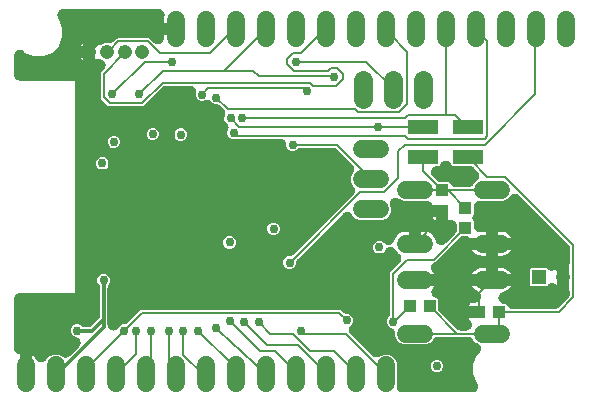
<source format=gbr>
G04 EAGLE Gerber RS-274X export*
G75*
%MOMM*%
%FSLAX34Y34*%
%LPD*%
%INBottom Copper*%
%IPPOS*%
%AMOC8*
5,1,8,0,0,1.08239X$1,22.5*%
G01*
%ADD10R,1.208000X1.208000*%
%ADD11C,1.208000*%
%ADD12C,1.524000*%
%ADD13C,1.650000*%
%ADD14R,1.080000X1.050000*%
%ADD15R,1.100000X1.000000*%
%ADD16R,1.050000X1.080000*%
%ADD17R,1.000000X1.100000*%
%ADD18R,2.540000X1.270000*%
%ADD19C,0.304800*%
%ADD20C,0.152400*%
%ADD21C,0.756400*%
%ADD22C,0.200000*%
%ADD23C,0.508000*%

G36*
X397302Y10176D02*
X397302Y10176D01*
X397538Y10183D01*
X397619Y10196D01*
X397701Y10201D01*
X397934Y10245D01*
X398168Y10282D01*
X398247Y10305D01*
X398327Y10320D01*
X398552Y10393D01*
X398780Y10459D01*
X398855Y10491D01*
X398933Y10517D01*
X399148Y10617D01*
X399365Y10711D01*
X399436Y10753D01*
X399510Y10788D01*
X399710Y10914D01*
X399914Y11035D01*
X399979Y11085D01*
X400048Y11129D01*
X400231Y11280D01*
X400418Y11424D01*
X400476Y11482D01*
X400539Y11534D01*
X400702Y11707D01*
X400869Y11874D01*
X400920Y11939D01*
X400976Y11998D01*
X401115Y12190D01*
X401261Y12377D01*
X401303Y12447D01*
X401351Y12513D01*
X401465Y12721D01*
X401586Y12925D01*
X401619Y13000D01*
X401658Y13071D01*
X401746Y13291D01*
X401840Y13509D01*
X401863Y13587D01*
X401894Y13664D01*
X401953Y13893D01*
X402020Y14120D01*
X402033Y14201D01*
X402053Y14280D01*
X402083Y14516D01*
X402121Y14749D01*
X402124Y14831D01*
X402134Y14912D01*
X402134Y15150D01*
X402142Y15386D01*
X402135Y15468D01*
X402135Y15550D01*
X402106Y15785D01*
X402084Y16020D01*
X402067Y16100D01*
X402057Y16182D01*
X401998Y16411D01*
X401947Y16643D01*
X401920Y16720D01*
X401899Y16799D01*
X401813Y17020D01*
X401733Y17243D01*
X401696Y17316D01*
X401666Y17392D01*
X401552Y17600D01*
X401446Y17811D01*
X401400Y17879D01*
X401360Y17951D01*
X401222Y18143D01*
X401089Y18339D01*
X401036Y18400D01*
X400987Y18468D01*
X400929Y18529D01*
X397839Y25990D01*
X397839Y34010D01*
X400909Y41420D01*
X403092Y43604D01*
X403222Y43751D01*
X403358Y43891D01*
X403432Y43990D01*
X403514Y44082D01*
X403624Y44244D01*
X403742Y44400D01*
X403803Y44507D01*
X403872Y44609D01*
X403961Y44783D01*
X404058Y44953D01*
X404105Y45067D01*
X404161Y45176D01*
X404228Y45360D01*
X404303Y45541D01*
X404336Y45660D01*
X404377Y45776D01*
X404420Y45967D01*
X404472Y46155D01*
X404490Y46277D01*
X404517Y46397D01*
X404535Y46592D01*
X404563Y46786D01*
X404566Y46909D01*
X404577Y47032D01*
X404571Y47227D01*
X404575Y47423D01*
X404562Y47546D01*
X404558Y47668D01*
X404528Y47862D01*
X404506Y48057D01*
X404478Y48176D01*
X404459Y48298D01*
X404405Y48486D01*
X404359Y48676D01*
X404316Y48792D01*
X404282Y48910D01*
X404204Y49090D01*
X404136Y49273D01*
X404078Y49382D01*
X404030Y49495D01*
X403930Y49664D01*
X403839Y49837D01*
X403769Y49938D01*
X403706Y50044D01*
X403586Y50199D01*
X403474Y50359D01*
X403392Y50451D01*
X403316Y50548D01*
X403178Y50687D01*
X403047Y50832D01*
X402954Y50912D01*
X402867Y50999D01*
X402712Y51120D01*
X402564Y51247D01*
X402461Y51315D01*
X402364Y51391D01*
X402196Y51491D01*
X402032Y51599D01*
X401925Y51652D01*
X401816Y51716D01*
X401621Y51801D01*
X401444Y51888D01*
X400712Y52191D01*
X398068Y54835D01*
X398058Y54856D01*
X397996Y54951D01*
X397941Y55051D01*
X397821Y55217D01*
X397708Y55389D01*
X397634Y55475D01*
X397568Y55568D01*
X397428Y55717D01*
X397295Y55873D01*
X397210Y55950D01*
X397133Y56033D01*
X396975Y56164D01*
X396824Y56302D01*
X396731Y56368D01*
X396643Y56441D01*
X396470Y56551D01*
X396303Y56669D01*
X396202Y56722D01*
X396106Y56784D01*
X395921Y56871D01*
X395740Y56968D01*
X395633Y57008D01*
X395530Y57057D01*
X395336Y57121D01*
X395144Y57193D01*
X395033Y57220D01*
X394925Y57256D01*
X394724Y57295D01*
X394525Y57343D01*
X394412Y57355D01*
X394300Y57377D01*
X394103Y57390D01*
X393891Y57413D01*
X393766Y57412D01*
X393646Y57419D01*
X368354Y57419D01*
X368240Y57412D01*
X368126Y57414D01*
X367923Y57392D01*
X367718Y57379D01*
X367606Y57358D01*
X367493Y57346D01*
X367293Y57298D01*
X367092Y57260D01*
X366984Y57225D01*
X366873Y57198D01*
X366681Y57127D01*
X366486Y57063D01*
X366383Y57015D01*
X366276Y56975D01*
X366095Y56879D01*
X365910Y56792D01*
X365814Y56731D01*
X365713Y56678D01*
X365545Y56561D01*
X365372Y56451D01*
X365284Y56379D01*
X365190Y56313D01*
X365038Y56176D01*
X364880Y56046D01*
X364802Y55963D01*
X364718Y55886D01*
X364584Y55731D01*
X364444Y55582D01*
X364377Y55489D01*
X364302Y55403D01*
X364189Y55232D01*
X364069Y55067D01*
X364014Y54967D01*
X363951Y54871D01*
X363934Y54837D01*
X361288Y52191D01*
X357927Y50799D01*
X339049Y50799D01*
X335688Y52191D01*
X333115Y54764D01*
X331723Y58125D01*
X331723Y60148D01*
X331716Y60262D01*
X331718Y60376D01*
X331696Y60580D01*
X331683Y60784D01*
X331662Y60896D01*
X331650Y61010D01*
X331602Y61209D01*
X331564Y61410D01*
X331529Y61518D01*
X331503Y61629D01*
X331431Y61821D01*
X331367Y62016D01*
X331319Y62119D01*
X331279Y62226D01*
X331184Y62407D01*
X331096Y62593D01*
X331035Y62689D01*
X330982Y62790D01*
X330865Y62958D01*
X330755Y63131D01*
X330683Y63219D01*
X330617Y63312D01*
X330480Y63464D01*
X330350Y63622D01*
X330267Y63700D01*
X330190Y63785D01*
X330035Y63918D01*
X329886Y64059D01*
X329793Y64126D01*
X329707Y64200D01*
X329536Y64313D01*
X329371Y64434D01*
X329271Y64489D01*
X329176Y64552D01*
X328999Y64639D01*
X328813Y64741D01*
X328696Y64788D01*
X328588Y64841D01*
X326994Y65501D01*
X325501Y66994D01*
X324693Y68944D01*
X324693Y71056D01*
X325501Y73006D01*
X325988Y73492D01*
X326036Y73547D01*
X326089Y73597D01*
X326246Y73786D01*
X326409Y73970D01*
X326450Y74031D01*
X326497Y74087D01*
X326629Y74294D01*
X326767Y74497D01*
X326800Y74562D01*
X326840Y74624D01*
X326945Y74846D01*
X327057Y75065D01*
X327081Y75133D01*
X327113Y75199D01*
X327189Y75433D01*
X327273Y75664D01*
X327289Y75735D01*
X327312Y75805D01*
X327358Y76046D01*
X327412Y76286D01*
X327419Y76358D01*
X327433Y76430D01*
X327448Y76662D01*
X327473Y76920D01*
X327470Y77004D01*
X327475Y77084D01*
X327475Y111246D01*
X327860Y112174D01*
X329284Y113599D01*
X335737Y120052D01*
X335893Y120228D01*
X336054Y120399D01*
X336103Y120467D01*
X336159Y120530D01*
X336291Y120724D01*
X336429Y120914D01*
X336470Y120987D01*
X336517Y121057D01*
X336624Y121266D01*
X336737Y121472D01*
X336768Y121550D01*
X336806Y121624D01*
X336886Y121845D01*
X336973Y122064D01*
X336994Y122145D01*
X337023Y122224D01*
X337074Y122453D01*
X337133Y122680D01*
X337144Y122764D01*
X337162Y122845D01*
X337184Y123079D01*
X337214Y123312D01*
X337214Y123396D01*
X337222Y123480D01*
X337215Y123714D01*
X337216Y123949D01*
X337206Y124033D01*
X337203Y124116D01*
X337167Y124348D01*
X337138Y124582D01*
X337117Y124663D01*
X337104Y124746D01*
X337039Y124971D01*
X336981Y125199D01*
X336950Y125277D01*
X336927Y125358D01*
X336834Y125574D01*
X336748Y125792D01*
X336708Y125866D01*
X336675Y125943D01*
X336555Y126146D01*
X336443Y126352D01*
X336394Y126420D01*
X336351Y126492D01*
X336208Y126678D01*
X336070Y126868D01*
X336013Y126930D01*
X335962Y126996D01*
X335796Y127162D01*
X335635Y127334D01*
X335572Y127387D01*
X335512Y127447D01*
X335309Y127605D01*
X335131Y127753D01*
X334249Y128394D01*
X333118Y129525D01*
X332079Y130954D01*
X331968Y131143D01*
X331945Y131172D01*
X331925Y131204D01*
X331750Y131424D01*
X331577Y131646D01*
X331551Y131673D01*
X331527Y131702D01*
X331326Y131898D01*
X331127Y132097D01*
X331097Y132120D01*
X331070Y132146D01*
X330845Y132316D01*
X330624Y132488D01*
X330592Y132507D01*
X330562Y132529D01*
X330318Y132669D01*
X330076Y132812D01*
X330041Y132827D01*
X330009Y132846D01*
X329750Y132954D01*
X329491Y133066D01*
X329455Y133076D01*
X329420Y133091D01*
X329150Y133165D01*
X328880Y133244D01*
X328842Y133250D01*
X328806Y133260D01*
X328527Y133300D01*
X328250Y133345D01*
X328213Y133346D01*
X328176Y133351D01*
X327894Y133356D01*
X327614Y133365D01*
X327576Y133362D01*
X327539Y133363D01*
X327259Y133332D01*
X326979Y133306D01*
X326942Y133298D01*
X326905Y133294D01*
X326631Y133229D01*
X326357Y133168D01*
X326322Y133156D01*
X326285Y133147D01*
X326021Y133048D01*
X325757Y132954D01*
X325724Y132937D01*
X325689Y132923D01*
X325439Y132792D01*
X325189Y132665D01*
X325158Y132644D01*
X325125Y132627D01*
X324895Y132466D01*
X324661Y132308D01*
X324633Y132283D01*
X324602Y132262D01*
X324394Y132073D01*
X324183Y131888D01*
X324158Y131860D01*
X324130Y131835D01*
X323946Y131620D01*
X323760Y131411D01*
X323739Y131380D01*
X323715Y131351D01*
X323560Y131117D01*
X323401Y130885D01*
X323384Y130851D01*
X323363Y130820D01*
X323253Y130596D01*
X323110Y130318D01*
X323094Y130273D01*
X323074Y130232D01*
X323015Y130090D01*
X321522Y128597D01*
X319572Y127789D01*
X317460Y127789D01*
X315510Y128597D01*
X314017Y130090D01*
X313209Y132040D01*
X313209Y134152D01*
X314017Y136102D01*
X315510Y137595D01*
X317460Y138403D01*
X319572Y138403D01*
X321522Y137595D01*
X322555Y136562D01*
X322612Y136511D01*
X322665Y136455D01*
X322851Y136301D01*
X323033Y136141D01*
X323096Y136097D01*
X323155Y136049D01*
X323359Y135918D01*
X323560Y135782D01*
X323628Y135747D01*
X323693Y135706D01*
X323911Y135603D01*
X324127Y135493D01*
X324200Y135467D01*
X324269Y135434D01*
X324499Y135359D01*
X324727Y135277D01*
X324801Y135260D01*
X324874Y135236D01*
X325112Y135190D01*
X325348Y135137D01*
X325425Y135130D01*
X325500Y135116D01*
X325742Y135100D01*
X325983Y135077D01*
X326059Y135079D01*
X326136Y135074D01*
X326378Y135089D01*
X326619Y135096D01*
X326695Y135108D01*
X326772Y135113D01*
X327010Y135158D01*
X327249Y135195D01*
X327322Y135217D01*
X327398Y135231D01*
X327628Y135305D01*
X327861Y135372D01*
X327931Y135403D01*
X328004Y135426D01*
X328224Y135529D01*
X328446Y135625D01*
X328512Y135664D01*
X328581Y135696D01*
X328786Y135825D01*
X328995Y135948D01*
X329056Y135995D01*
X329120Y136036D01*
X329307Y136189D01*
X329499Y136338D01*
X329553Y136392D01*
X329612Y136441D01*
X329779Y136616D01*
X329950Y136787D01*
X329997Y136848D01*
X330050Y136904D01*
X330193Y137099D01*
X330342Y137290D01*
X330381Y137356D01*
X330426Y137418D01*
X330543Y137630D01*
X330667Y137838D01*
X330698Y137908D01*
X330735Y137975D01*
X330820Y138188D01*
X330922Y138422D01*
X330946Y138506D01*
X330977Y138584D01*
X331452Y140045D01*
X332178Y141469D01*
X333118Y142763D01*
X334249Y143894D01*
X335543Y144834D01*
X336968Y145560D01*
X338489Y146055D01*
X340068Y146305D01*
X343409Y146305D01*
X343409Y136144D01*
X343418Y135990D01*
X343418Y135835D01*
X343438Y135672D01*
X343449Y135508D01*
X343477Y135357D01*
X343497Y135203D01*
X343537Y135043D01*
X343568Y134883D01*
X343616Y134735D01*
X343654Y134585D01*
X343714Y134433D01*
X343764Y134277D01*
X343830Y134136D01*
X343887Y133992D01*
X343966Y133848D01*
X344035Y133700D01*
X344118Y133569D01*
X344193Y133433D01*
X344289Y133300D01*
X344376Y133162D01*
X344475Y133042D01*
X344566Y132917D01*
X344678Y132797D01*
X344782Y132671D01*
X344895Y132564D01*
X345001Y132451D01*
X345127Y132346D01*
X345246Y132234D01*
X345372Y132143D01*
X345491Y132044D01*
X345629Y131955D01*
X345761Y131859D01*
X345897Y131784D01*
X346028Y131701D01*
X346176Y131630D01*
X346319Y131551D01*
X346463Y131494D01*
X346603Y131428D01*
X346759Y131376D01*
X346911Y131316D01*
X347061Y131277D01*
X347209Y131229D01*
X347369Y131198D01*
X347528Y131157D01*
X347682Y131137D01*
X347834Y131107D01*
X347993Y131097D01*
X348160Y131076D01*
X348329Y131075D01*
X348488Y131065D01*
X348643Y131075D01*
X348797Y131075D01*
X348798Y131075D01*
X348961Y131095D01*
X349124Y131105D01*
X349276Y131134D01*
X349430Y131153D01*
X349589Y131194D01*
X349750Y131224D01*
X349897Y131272D01*
X350047Y131310D01*
X350200Y131370D01*
X350356Y131421D01*
X350496Y131487D01*
X350640Y131544D01*
X350784Y131622D01*
X350933Y131692D01*
X351063Y131775D01*
X351199Y131849D01*
X351332Y131945D01*
X351471Y132033D01*
X351590Y132132D01*
X351716Y132222D01*
X351835Y132334D01*
X351962Y132439D01*
X352068Y132552D01*
X352181Y132657D01*
X352286Y132783D01*
X352399Y132903D01*
X352490Y133028D01*
X352589Y133147D01*
X352677Y133285D01*
X352774Y133418D01*
X352848Y133553D01*
X352932Y133684D01*
X353002Y133832D01*
X353081Y133976D01*
X353138Y134120D01*
X353205Y134260D01*
X353256Y134415D01*
X353317Y134568D01*
X353355Y134718D01*
X353404Y134865D01*
X353435Y135026D01*
X353476Y135185D01*
X353496Y135338D01*
X353525Y135490D01*
X353535Y135649D01*
X353557Y135817D01*
X353557Y135985D01*
X353567Y136144D01*
X353567Y146305D01*
X356908Y146305D01*
X358487Y146055D01*
X360008Y145560D01*
X361433Y144834D01*
X362727Y143894D01*
X363858Y142763D01*
X364798Y141469D01*
X365524Y140045D01*
X366058Y138401D01*
X366086Y138330D01*
X366108Y138256D01*
X366204Y138034D01*
X366293Y137809D01*
X366330Y137741D01*
X366360Y137671D01*
X366483Y137462D01*
X366600Y137250D01*
X366645Y137188D01*
X366683Y137122D01*
X366832Y136930D01*
X366974Y136735D01*
X367026Y136679D01*
X367073Y136618D01*
X367244Y136447D01*
X367410Y136270D01*
X367469Y136221D01*
X367523Y136167D01*
X367714Y136018D01*
X367900Y135864D01*
X367965Y135822D01*
X368026Y135775D01*
X368234Y135652D01*
X368438Y135522D01*
X368507Y135489D01*
X368573Y135450D01*
X368795Y135353D01*
X369014Y135250D01*
X369087Y135226D01*
X369157Y135196D01*
X369390Y135128D01*
X369620Y135052D01*
X369695Y135038D01*
X369769Y135016D01*
X370008Y134978D01*
X370246Y134932D01*
X370322Y134927D01*
X370398Y134915D01*
X370640Y134907D01*
X370882Y134891D01*
X370958Y134896D01*
X371035Y134893D01*
X371276Y134916D01*
X371518Y134930D01*
X371593Y134945D01*
X371669Y134952D01*
X371906Y135004D01*
X372144Y135049D01*
X372217Y135072D01*
X372291Y135089D01*
X372519Y135170D01*
X372750Y135245D01*
X372819Y135277D01*
X372891Y135303D01*
X373108Y135412D01*
X373327Y135515D01*
X373392Y135556D01*
X373460Y135590D01*
X373661Y135726D01*
X373866Y135855D01*
X373925Y135904D01*
X373988Y135947D01*
X374160Y136097D01*
X374357Y136260D01*
X374417Y136324D01*
X374480Y136379D01*
X382648Y144546D01*
X382696Y144601D01*
X382749Y144651D01*
X382907Y144840D01*
X383069Y145024D01*
X383110Y145084D01*
X383157Y145140D01*
X383289Y145348D01*
X383427Y145551D01*
X383460Y145616D01*
X383500Y145677D01*
X383605Y145899D01*
X383717Y146118D01*
X383741Y146187D01*
X383773Y146253D01*
X383849Y146487D01*
X383933Y146718D01*
X383949Y146789D01*
X383972Y146858D01*
X384018Y147100D01*
X384072Y147340D01*
X384079Y147412D01*
X384093Y147484D01*
X384108Y147715D01*
X384133Y147974D01*
X384130Y148057D01*
X384135Y148138D01*
X384135Y151055D01*
X384134Y151071D01*
X384135Y151087D01*
X384114Y151391D01*
X384095Y151691D01*
X384092Y151706D01*
X384091Y151722D01*
X384033Y152020D01*
X383976Y152317D01*
X383971Y152332D01*
X383968Y152348D01*
X383873Y152634D01*
X383779Y152923D01*
X383773Y152937D01*
X383768Y152952D01*
X383637Y153226D01*
X383508Y153499D01*
X383500Y153513D01*
X383493Y153527D01*
X383330Y153780D01*
X383167Y154037D01*
X383157Y154050D01*
X383148Y154063D01*
X382954Y154295D01*
X382762Y154529D01*
X382750Y154540D01*
X382740Y154552D01*
X382517Y154758D01*
X382298Y154965D01*
X382285Y154975D01*
X382273Y154986D01*
X382028Y155162D01*
X381783Y155340D01*
X381768Y155348D01*
X381755Y155357D01*
X381488Y155503D01*
X381225Y155648D01*
X381210Y155654D01*
X381196Y155661D01*
X380913Y155772D01*
X380632Y155883D01*
X380617Y155887D01*
X380602Y155893D01*
X380309Y155967D01*
X380016Y156043D01*
X380000Y156045D01*
X379984Y156049D01*
X379687Y156085D01*
X379384Y156123D01*
X379367Y156124D01*
X379352Y156125D01*
X379052Y156124D01*
X378746Y156125D01*
X378730Y156123D01*
X378715Y156123D01*
X378482Y156092D01*
X378114Y156046D01*
X378089Y156040D01*
X378065Y156036D01*
X377506Y155925D01*
X376935Y155925D01*
X376935Y163716D01*
X376926Y163870D01*
X376926Y164025D01*
X376906Y164188D01*
X376895Y164352D01*
X376866Y164503D01*
X376847Y164657D01*
X376807Y164817D01*
X376776Y164977D01*
X376728Y165125D01*
X376690Y165275D01*
X376630Y165427D01*
X376580Y165583D01*
X376514Y165724D01*
X376457Y165868D01*
X376378Y166012D01*
X376309Y166160D01*
X376226Y166291D01*
X376151Y166427D01*
X376055Y166560D01*
X375967Y166698D01*
X375869Y166818D01*
X375778Y166943D01*
X375666Y167063D01*
X375562Y167189D01*
X375561Y167190D01*
X375449Y167296D01*
X375343Y167409D01*
X375217Y167514D01*
X375097Y167627D01*
X374972Y167718D01*
X374853Y167817D01*
X374715Y167905D01*
X374582Y168002D01*
X374447Y168076D01*
X374316Y168160D01*
X374168Y168230D01*
X374024Y168309D01*
X373880Y168366D01*
X373740Y168433D01*
X373584Y168484D01*
X373432Y168545D01*
X373282Y168583D01*
X373135Y168632D01*
X372974Y168663D01*
X372815Y168704D01*
X372662Y168724D01*
X372510Y168753D01*
X372351Y168763D01*
X372183Y168785D01*
X372015Y168785D01*
X371856Y168795D01*
X363629Y168795D01*
X363610Y168844D01*
X363559Y169000D01*
X363494Y169140D01*
X363437Y169284D01*
X363358Y169428D01*
X363288Y169576D01*
X363206Y169707D01*
X363131Y169843D01*
X363035Y169976D01*
X362947Y170115D01*
X362849Y170234D01*
X362758Y170360D01*
X362646Y170479D01*
X362542Y170606D01*
X362429Y170712D01*
X362323Y170825D01*
X362197Y170930D01*
X362078Y171042D01*
X361952Y171134D01*
X361833Y171233D01*
X361695Y171321D01*
X361563Y171417D01*
X361427Y171492D01*
X361296Y171576D01*
X361148Y171646D01*
X361005Y171725D01*
X360861Y171782D01*
X360721Y171849D01*
X360565Y171900D01*
X360413Y171960D01*
X360262Y171999D01*
X360115Y172048D01*
X359955Y172079D01*
X359796Y172120D01*
X359642Y172139D01*
X359490Y172169D01*
X359331Y172179D01*
X359164Y172201D01*
X358995Y172201D01*
X358836Y172211D01*
X339049Y172211D01*
X335673Y173610D01*
X335539Y173727D01*
X335334Y173914D01*
X335301Y173938D01*
X335270Y173965D01*
X335040Y174122D01*
X334813Y174281D01*
X334777Y174300D01*
X334743Y174323D01*
X334495Y174450D01*
X334250Y174580D01*
X334212Y174594D01*
X334175Y174613D01*
X333914Y174707D01*
X333654Y174805D01*
X333615Y174815D01*
X333576Y174829D01*
X333306Y174890D01*
X333035Y174955D01*
X332994Y174959D01*
X332954Y174968D01*
X332679Y174995D01*
X332402Y175026D01*
X332361Y175025D01*
X332320Y175029D01*
X332043Y175020D01*
X331765Y175016D01*
X331724Y175011D01*
X331683Y175009D01*
X331408Y174966D01*
X331134Y174928D01*
X331094Y174917D01*
X331054Y174910D01*
X330787Y174833D01*
X330519Y174760D01*
X330481Y174745D01*
X330442Y174733D01*
X330186Y174623D01*
X329930Y174518D01*
X329895Y174498D01*
X329857Y174481D01*
X329617Y174340D01*
X329376Y174203D01*
X329343Y174178D01*
X329308Y174158D01*
X329089Y173988D01*
X328866Y173822D01*
X328836Y173793D01*
X328804Y173768D01*
X328608Y173573D01*
X328407Y173379D01*
X328381Y173347D01*
X328352Y173318D01*
X328182Y173100D01*
X328008Y172883D01*
X327986Y172848D01*
X327961Y172816D01*
X327819Y172577D01*
X327673Y172340D01*
X327656Y172303D01*
X327635Y172268D01*
X327524Y172012D01*
X327410Y171760D01*
X327398Y171721D01*
X327381Y171684D01*
X327303Y171416D01*
X327221Y171152D01*
X327213Y171112D01*
X327202Y171072D01*
X327158Y170798D01*
X327109Y170525D01*
X327107Y170484D01*
X327101Y170443D01*
X327091Y170166D01*
X327077Y169888D01*
X327080Y169847D01*
X327079Y169807D01*
X327104Y169531D01*
X327125Y169253D01*
X327133Y169213D01*
X327137Y169172D01*
X327197Y168901D01*
X327252Y168629D01*
X327265Y168591D01*
X327274Y168550D01*
X327383Y168246D01*
X327463Y168008D01*
X327915Y166919D01*
X327915Y163281D01*
X326523Y159920D01*
X323950Y157347D01*
X320589Y155955D01*
X301711Y155955D01*
X298350Y157347D01*
X295762Y159935D01*
X295734Y159993D01*
X295656Y160173D01*
X295594Y160279D01*
X295540Y160390D01*
X295432Y160553D01*
X295333Y160722D01*
X295257Y160819D01*
X295190Y160922D01*
X295063Y161071D01*
X294943Y161226D01*
X294856Y161313D01*
X294776Y161407D01*
X294632Y161539D01*
X294493Y161677D01*
X294396Y161753D01*
X294305Y161836D01*
X294145Y161948D01*
X293991Y162069D01*
X293885Y162132D01*
X293784Y162203D01*
X293611Y162294D01*
X293443Y162394D01*
X293330Y162443D01*
X293222Y162501D01*
X293039Y162570D01*
X292859Y162649D01*
X292741Y162683D01*
X292626Y162727D01*
X292435Y162773D01*
X292247Y162828D01*
X292126Y162847D01*
X292006Y162876D01*
X291812Y162898D01*
X291618Y162929D01*
X291495Y162933D01*
X291373Y162947D01*
X291178Y162944D01*
X290982Y162951D01*
X290859Y162940D01*
X290736Y162938D01*
X290542Y162911D01*
X290347Y162893D01*
X290227Y162866D01*
X290105Y162849D01*
X289916Y162798D01*
X289725Y162755D01*
X289609Y162714D01*
X289490Y162682D01*
X289309Y162607D01*
X289125Y162541D01*
X289015Y162486D01*
X288901Y162439D01*
X288731Y162342D01*
X288556Y162254D01*
X288454Y162185D01*
X288347Y162125D01*
X288190Y162007D01*
X288028Y161898D01*
X287938Y161818D01*
X287837Y161743D01*
X287684Y161595D01*
X287536Y161465D01*
X249294Y123224D01*
X249246Y123169D01*
X249193Y123119D01*
X249035Y122930D01*
X248873Y122746D01*
X248832Y122686D01*
X248785Y122630D01*
X248653Y122422D01*
X248515Y122219D01*
X248482Y122154D01*
X248442Y122093D01*
X248337Y121870D01*
X248225Y121652D01*
X248201Y121583D01*
X248169Y121517D01*
X248092Y121283D01*
X248009Y121052D01*
X247993Y120981D01*
X247970Y120912D01*
X247924Y120670D01*
X247870Y120430D01*
X247863Y120358D01*
X247849Y120286D01*
X247834Y120055D01*
X247809Y119796D01*
X247812Y119713D01*
X247807Y119632D01*
X247807Y118944D01*
X246999Y116994D01*
X245506Y115501D01*
X243556Y114693D01*
X241444Y114693D01*
X239494Y115501D01*
X238001Y116994D01*
X237193Y118944D01*
X237193Y121056D01*
X238001Y123006D01*
X239494Y124499D01*
X241444Y125307D01*
X242132Y125307D01*
X242205Y125311D01*
X242278Y125309D01*
X242523Y125331D01*
X242768Y125347D01*
X242840Y125360D01*
X242913Y125367D01*
X243153Y125420D01*
X243394Y125466D01*
X243464Y125489D01*
X243535Y125504D01*
X243766Y125587D01*
X244000Y125663D01*
X244066Y125694D01*
X244135Y125718D01*
X244354Y125829D01*
X244577Y125934D01*
X244638Y125973D01*
X244703Y126006D01*
X244907Y126143D01*
X245115Y126275D01*
X245171Y126321D01*
X245232Y126362D01*
X245405Y126515D01*
X245606Y126680D01*
X245663Y126741D01*
X245724Y126794D01*
X296422Y177492D01*
X296524Y177609D01*
X296634Y177718D01*
X296735Y177847D01*
X296843Y177970D01*
X296930Y178098D01*
X297026Y178221D01*
X297109Y178362D01*
X297201Y178497D01*
X297272Y178635D01*
X297351Y178768D01*
X297416Y178918D01*
X297491Y179065D01*
X297544Y179211D01*
X297605Y179353D01*
X297651Y179510D01*
X297707Y179664D01*
X297741Y179815D01*
X297785Y179964D01*
X297811Y180126D01*
X297846Y180286D01*
X297861Y180440D01*
X297886Y180593D01*
X297891Y180757D01*
X297907Y180920D01*
X297902Y181075D01*
X297907Y181230D01*
X297892Y181393D01*
X297887Y181557D01*
X297863Y181710D01*
X297849Y181864D01*
X297814Y182024D01*
X297788Y182186D01*
X297745Y182335D01*
X297712Y182486D01*
X297657Y182640D01*
X297611Y182798D01*
X297550Y182941D01*
X297498Y183087D01*
X297424Y183233D01*
X297359Y183383D01*
X297280Y183517D01*
X297211Y183655D01*
X297119Y183791D01*
X297036Y183932D01*
X296941Y184055D01*
X296854Y184183D01*
X296749Y184303D01*
X296646Y184436D01*
X296527Y184556D01*
X296422Y184676D01*
X295777Y185320D01*
X294385Y188681D01*
X294385Y192319D01*
X295777Y195680D01*
X295922Y195824D01*
X296024Y195941D01*
X296134Y196050D01*
X296235Y196179D01*
X296343Y196302D01*
X296430Y196430D01*
X296526Y196553D01*
X296609Y196694D01*
X296701Y196829D01*
X296772Y196967D01*
X296851Y197100D01*
X296916Y197251D01*
X296991Y197397D01*
X297043Y197542D01*
X297105Y197685D01*
X297151Y197842D01*
X297207Y197996D01*
X297241Y198147D01*
X297285Y198296D01*
X297311Y198458D01*
X297346Y198618D01*
X297361Y198772D01*
X297386Y198925D01*
X297391Y199089D01*
X297407Y199252D01*
X297402Y199407D01*
X297407Y199562D01*
X297392Y199725D01*
X297387Y199889D01*
X297363Y200042D01*
X297349Y200196D01*
X297314Y200356D01*
X297289Y200518D01*
X297245Y200667D01*
X297212Y200818D01*
X297157Y200972D01*
X297112Y201130D01*
X297050Y201273D01*
X296998Y201419D01*
X296924Y201565D01*
X296859Y201715D01*
X296781Y201849D01*
X296711Y201987D01*
X296619Y202123D01*
X296536Y202264D01*
X296441Y202387D01*
X296354Y202515D01*
X296249Y202635D01*
X296146Y202768D01*
X296027Y202888D01*
X295922Y203008D01*
X282942Y215988D01*
X282887Y216036D01*
X282837Y216089D01*
X282648Y216247D01*
X282464Y216409D01*
X282404Y216450D01*
X282348Y216497D01*
X282140Y216629D01*
X281937Y216767D01*
X281872Y216800D01*
X281811Y216840D01*
X281589Y216945D01*
X281370Y217057D01*
X281301Y217081D01*
X281235Y217113D01*
X281001Y217189D01*
X280770Y217273D01*
X280699Y217289D01*
X280630Y217312D01*
X280388Y217358D01*
X280148Y217412D01*
X280076Y217419D01*
X280004Y217433D01*
X279773Y217448D01*
X279514Y217473D01*
X279431Y217470D01*
X279350Y217475D01*
X252084Y217475D01*
X252011Y217471D01*
X251938Y217473D01*
X251693Y217451D01*
X251448Y217435D01*
X251377Y217422D01*
X251304Y217415D01*
X251064Y217362D01*
X250822Y217316D01*
X250753Y217293D01*
X250682Y217278D01*
X250451Y217195D01*
X250216Y217119D01*
X250150Y217088D01*
X250081Y217064D01*
X249862Y216953D01*
X249640Y216848D01*
X249578Y216809D01*
X249513Y216776D01*
X249309Y216639D01*
X249101Y216507D01*
X249045Y216461D01*
X248985Y216420D01*
X248811Y216267D01*
X248610Y216102D01*
X248553Y216041D01*
X248492Y215988D01*
X248006Y215501D01*
X246056Y214693D01*
X243944Y214693D01*
X241994Y215501D01*
X240501Y216994D01*
X239693Y218944D01*
X239693Y219896D01*
X239684Y220051D01*
X239684Y220206D01*
X239664Y220368D01*
X239653Y220532D01*
X239624Y220684D01*
X239605Y220838D01*
X239565Y220997D01*
X239534Y221158D01*
X239486Y221305D01*
X239448Y221455D01*
X239388Y221608D01*
X239337Y221764D01*
X239272Y221904D01*
X239215Y222048D01*
X239136Y222192D01*
X239066Y222340D01*
X238984Y222471D01*
X238909Y222607D01*
X238813Y222740D01*
X238725Y222879D01*
X238627Y222998D01*
X238536Y223124D01*
X238424Y223243D01*
X238320Y223370D01*
X238207Y223476D01*
X238101Y223589D01*
X237975Y223694D01*
X237856Y223806D01*
X237730Y223898D01*
X237611Y223997D01*
X237473Y224085D01*
X237341Y224181D01*
X237205Y224256D01*
X237074Y224340D01*
X236926Y224410D01*
X236783Y224489D01*
X236639Y224546D01*
X236499Y224613D01*
X236343Y224664D01*
X236190Y224724D01*
X236040Y224763D01*
X235893Y224812D01*
X235732Y224843D01*
X235574Y224884D01*
X235420Y224903D01*
X235268Y224933D01*
X235109Y224943D01*
X234942Y224965D01*
X234773Y224965D01*
X234614Y224975D01*
X197747Y224975D01*
X197715Y224973D01*
X197683Y224975D01*
X197397Y224953D01*
X197111Y224935D01*
X197080Y224929D01*
X197048Y224927D01*
X196766Y224870D01*
X196485Y224816D01*
X196455Y224806D01*
X196423Y224800D01*
X196186Y224719D01*
X196107Y224693D01*
X193944Y224693D01*
X191994Y225501D01*
X190501Y226994D01*
X189693Y228944D01*
X189693Y231056D01*
X190370Y232690D01*
X190407Y232798D01*
X190453Y232903D01*
X190510Y233099D01*
X190577Y233293D01*
X190600Y233405D01*
X190632Y233514D01*
X190665Y233716D01*
X190706Y233917D01*
X190715Y234031D01*
X190733Y234143D01*
X190740Y234348D01*
X190756Y234552D01*
X190751Y234666D01*
X190755Y234780D01*
X190736Y234984D01*
X190727Y235189D01*
X190707Y235301D01*
X190697Y235414D01*
X190653Y235615D01*
X190618Y235816D01*
X190584Y235925D01*
X190560Y236037D01*
X190491Y236229D01*
X190431Y236425D01*
X190384Y236530D01*
X190346Y236637D01*
X190253Y236820D01*
X190169Y237006D01*
X190110Y237104D01*
X190058Y237205D01*
X189944Y237375D01*
X189837Y237550D01*
X189765Y237639D01*
X189702Y237734D01*
X189572Y237881D01*
X189439Y238048D01*
X189349Y238135D01*
X189269Y238226D01*
X188001Y239494D01*
X187193Y241444D01*
X187193Y243556D01*
X187621Y244588D01*
X187658Y244696D01*
X187703Y244801D01*
X187761Y244997D01*
X187827Y245191D01*
X187851Y245303D01*
X187883Y245412D01*
X187915Y245614D01*
X187957Y245815D01*
X187966Y245928D01*
X187984Y246041D01*
X187991Y246246D01*
X188007Y246450D01*
X188002Y246564D01*
X188006Y246678D01*
X187987Y246882D01*
X187977Y247086D01*
X187958Y247199D01*
X187947Y247312D01*
X187903Y247512D01*
X187868Y247714D01*
X187835Y247823D01*
X187810Y247934D01*
X187741Y248127D01*
X187681Y248323D01*
X187634Y248427D01*
X187596Y248535D01*
X187504Y248717D01*
X187420Y248904D01*
X187360Y249001D01*
X187309Y249103D01*
X187194Y249273D01*
X187087Y249448D01*
X187016Y249537D01*
X186952Y249631D01*
X186822Y249779D01*
X186690Y249945D01*
X186599Y250033D01*
X186520Y250124D01*
X183692Y252952D01*
X183637Y253000D01*
X183587Y253053D01*
X183398Y253211D01*
X183214Y253373D01*
X183154Y253414D01*
X183098Y253461D01*
X182890Y253593D01*
X182687Y253731D01*
X182622Y253764D01*
X182561Y253804D01*
X182339Y253909D01*
X182120Y254021D01*
X182051Y254045D01*
X181985Y254077D01*
X181751Y254153D01*
X181520Y254237D01*
X181449Y254253D01*
X181380Y254276D01*
X181138Y254322D01*
X180898Y254376D01*
X180826Y254383D01*
X180754Y254397D01*
X180523Y254412D01*
X180264Y254437D01*
X180181Y254434D01*
X180100Y254439D01*
X179412Y254439D01*
X177462Y255247D01*
X176343Y256367D01*
X176257Y256442D01*
X176178Y256524D01*
X176018Y256652D01*
X175865Y256788D01*
X175770Y256852D01*
X175682Y256924D01*
X175507Y257031D01*
X175338Y257146D01*
X175236Y257198D01*
X175139Y257258D01*
X174953Y257343D01*
X174770Y257436D01*
X174663Y257474D01*
X174559Y257522D01*
X174364Y257582D01*
X174171Y257652D01*
X174060Y257677D01*
X173951Y257711D01*
X173749Y257746D01*
X173549Y257791D01*
X173435Y257802D01*
X173323Y257822D01*
X173119Y257832D01*
X172915Y257852D01*
X172801Y257848D01*
X172687Y257854D01*
X172483Y257838D01*
X172278Y257832D01*
X172166Y257815D01*
X172052Y257806D01*
X171851Y257765D01*
X171649Y257733D01*
X171539Y257702D01*
X171427Y257679D01*
X171241Y257615D01*
X171037Y257556D01*
X170921Y257506D01*
X170807Y257468D01*
X169532Y256939D01*
X167420Y256939D01*
X165470Y257747D01*
X163977Y259240D01*
X163169Y261190D01*
X163169Y263354D01*
X163191Y263439D01*
X163231Y263555D01*
X163271Y263747D01*
X163320Y263936D01*
X163335Y264058D01*
X163360Y264179D01*
X163376Y264374D01*
X163401Y264568D01*
X163401Y264691D01*
X163411Y264814D01*
X163401Y265010D01*
X163402Y265206D01*
X163387Y265328D01*
X163381Y265450D01*
X163347Y265643D01*
X163323Y265838D01*
X163293Y265957D01*
X163272Y266078D01*
X163214Y266266D01*
X163166Y266455D01*
X163121Y266570D01*
X163085Y266687D01*
X163005Y266866D01*
X162933Y267048D01*
X162874Y267156D01*
X162823Y267268D01*
X162721Y267435D01*
X162627Y267607D01*
X162555Y267707D01*
X162491Y267812D01*
X162369Y267965D01*
X162254Y268124D01*
X162170Y268213D01*
X162093Y268309D01*
X161953Y268446D01*
X161819Y268589D01*
X161724Y268668D01*
X161636Y268753D01*
X161480Y268871D01*
X161329Y268997D01*
X161226Y269063D01*
X161127Y269137D01*
X160957Y269234D01*
X160792Y269340D01*
X160681Y269392D01*
X160575Y269453D01*
X160394Y269529D01*
X160217Y269613D01*
X160100Y269651D01*
X159986Y269698D01*
X159797Y269750D01*
X159611Y269812D01*
X159491Y269835D01*
X159372Y269868D01*
X159178Y269896D01*
X158986Y269933D01*
X158866Y269941D01*
X158742Y269959D01*
X158529Y269963D01*
X158332Y269975D01*
X138150Y269975D01*
X138077Y269971D01*
X138004Y269973D01*
X137759Y269951D01*
X137514Y269935D01*
X137442Y269922D01*
X137369Y269915D01*
X137129Y269862D01*
X136888Y269816D01*
X136818Y269793D01*
X136747Y269778D01*
X136516Y269695D01*
X136282Y269619D01*
X136216Y269588D01*
X136147Y269564D01*
X135928Y269453D01*
X135705Y269348D01*
X135644Y269309D01*
X135579Y269276D01*
X135375Y269139D01*
X135167Y269007D01*
X135111Y268961D01*
X135050Y268920D01*
X134877Y268767D01*
X134676Y268602D01*
X134619Y268541D01*
X134558Y268488D01*
X118930Y252860D01*
X118002Y252475D01*
X89498Y252475D01*
X88570Y252860D01*
X82860Y258570D01*
X82475Y259498D01*
X82475Y280502D01*
X82860Y281430D01*
X84284Y282855D01*
X85162Y283732D01*
X85291Y283879D01*
X85428Y284020D01*
X85502Y284118D01*
X85583Y284210D01*
X85693Y284372D01*
X85811Y284529D01*
X85872Y284636D01*
X85942Y284737D01*
X86031Y284912D01*
X86128Y285082D01*
X86175Y285195D01*
X86231Y285305D01*
X86298Y285489D01*
X86373Y285670D01*
X86405Y285788D01*
X86447Y285904D01*
X86490Y286095D01*
X86542Y286284D01*
X86560Y286406D01*
X86586Y286526D01*
X86605Y286721D01*
X86633Y286915D01*
X86635Y287038D01*
X86647Y287160D01*
X86641Y287356D01*
X86644Y287552D01*
X86631Y287674D01*
X86628Y287797D01*
X86597Y287990D01*
X86576Y288185D01*
X86548Y288305D01*
X86529Y288426D01*
X86474Y288615D01*
X86429Y288805D01*
X86386Y288920D01*
X86352Y289038D01*
X86274Y289219D01*
X86205Y289402D01*
X86148Y289510D01*
X86099Y289623D01*
X86000Y289793D01*
X85909Y289966D01*
X85838Y290066D01*
X85776Y290172D01*
X85656Y290328D01*
X85544Y290488D01*
X85461Y290579D01*
X85386Y290676D01*
X85248Y290815D01*
X85116Y290960D01*
X85023Y291041D01*
X84936Y291128D01*
X84782Y291248D01*
X84633Y291376D01*
X84531Y291444D01*
X84434Y291519D01*
X84265Y291619D01*
X84102Y291727D01*
X83994Y291780D01*
X83886Y291845D01*
X83691Y291930D01*
X83514Y292017D01*
X82945Y292253D01*
X82912Y292264D01*
X82882Y292278D01*
X82611Y292367D01*
X82342Y292459D01*
X82309Y292466D01*
X82277Y292476D01*
X81996Y292531D01*
X81718Y292588D01*
X81684Y292591D01*
X81651Y292597D01*
X81367Y292616D01*
X81083Y292638D01*
X81049Y292637D01*
X81015Y292639D01*
X80733Y292622D01*
X80446Y292609D01*
X80413Y292603D01*
X80379Y292601D01*
X80101Y292549D01*
X79819Y292500D01*
X79786Y292490D01*
X79753Y292483D01*
X79482Y292396D01*
X79209Y292313D01*
X79179Y292299D01*
X79146Y292289D01*
X78888Y292168D01*
X78629Y292051D01*
X78600Y292034D01*
X78569Y292019D01*
X78356Y291885D01*
X78085Y291719D01*
X78051Y291692D01*
X78015Y291669D01*
X77829Y291534D01*
X77829Y298450D01*
X77829Y305366D01*
X78015Y305231D01*
X78044Y305213D01*
X78070Y305192D01*
X78313Y305042D01*
X78553Y304890D01*
X78584Y304875D01*
X78613Y304857D01*
X78871Y304740D01*
X79130Y304618D01*
X79162Y304608D01*
X79193Y304594D01*
X79463Y304510D01*
X79735Y304421D01*
X79769Y304415D01*
X79801Y304405D01*
X80080Y304355D01*
X80361Y304301D01*
X80395Y304299D01*
X80428Y304293D01*
X80712Y304279D01*
X80997Y304261D01*
X81031Y304263D01*
X81065Y304261D01*
X81349Y304283D01*
X81633Y304300D01*
X81666Y304307D01*
X81700Y304309D01*
X81980Y304366D01*
X82259Y304419D01*
X82291Y304430D01*
X82324Y304436D01*
X82562Y304517D01*
X82865Y304615D01*
X82905Y304634D01*
X82945Y304648D01*
X86245Y306015D01*
X89878Y306015D01*
X90031Y306010D01*
X90235Y305993D01*
X90349Y305999D01*
X90464Y305995D01*
X90667Y306013D01*
X90871Y306023D01*
X90984Y306042D01*
X91099Y306053D01*
X91298Y306097D01*
X91499Y306132D01*
X91609Y306165D01*
X91721Y306190D01*
X91913Y306259D01*
X92108Y306318D01*
X92213Y306366D01*
X92321Y306404D01*
X92503Y306496D01*
X92689Y306580D01*
X92787Y306640D01*
X92889Y306692D01*
X93059Y306806D01*
X93233Y306912D01*
X93323Y306984D01*
X93418Y307048D01*
X93565Y307177D01*
X93731Y307310D01*
X93819Y307400D01*
X93910Y307480D01*
X96070Y309640D01*
X96998Y310025D01*
X123002Y310025D01*
X123930Y309640D01*
X125355Y308216D01*
X127218Y306352D01*
X127396Y306196D01*
X127568Y306033D01*
X127635Y305985D01*
X127696Y305931D01*
X127892Y305797D01*
X128084Y305658D01*
X128155Y305619D01*
X128223Y305572D01*
X128434Y305465D01*
X128641Y305351D01*
X128718Y305320D01*
X128791Y305283D01*
X129014Y305203D01*
X129234Y305115D01*
X129313Y305095D01*
X129390Y305067D01*
X129621Y305015D01*
X129850Y304956D01*
X129932Y304945D01*
X130012Y304927D01*
X130247Y304905D01*
X130482Y304875D01*
X130565Y304875D01*
X130646Y304867D01*
X130882Y304874D01*
X131120Y304874D01*
X131201Y304884D01*
X131283Y304886D01*
X131516Y304923D01*
X131752Y304952D01*
X131831Y304973D01*
X131912Y304985D01*
X132140Y305051D01*
X132369Y305110D01*
X132446Y305140D01*
X132524Y305162D01*
X132741Y305256D01*
X132962Y305343D01*
X133034Y305382D01*
X133109Y305415D01*
X133313Y305535D01*
X133521Y305648D01*
X133588Y305697D01*
X133658Y305738D01*
X133846Y305883D01*
X134038Y306022D01*
X134097Y306078D01*
X134162Y306128D01*
X134330Y306295D01*
X134503Y306457D01*
X134556Y306520D01*
X134614Y306578D01*
X134759Y306765D01*
X134911Y306946D01*
X134955Y307015D01*
X135005Y307080D01*
X135126Y307284D01*
X135254Y307483D01*
X135289Y307557D01*
X135331Y307628D01*
X135425Y307845D01*
X135527Y308059D01*
X135552Y308137D01*
X135585Y308212D01*
X135652Y308439D01*
X135726Y308664D01*
X135741Y308745D01*
X135764Y308824D01*
X135802Y309057D01*
X135847Y309290D01*
X135852Y309370D01*
X135865Y309453D01*
X135874Y309713D01*
X135889Y309944D01*
X135889Y312421D01*
X146050Y312421D01*
X146204Y312430D01*
X146359Y312430D01*
X146522Y312450D01*
X146686Y312461D01*
X146837Y312489D01*
X146991Y312509D01*
X147151Y312549D01*
X147311Y312580D01*
X147459Y312628D01*
X147609Y312666D01*
X147761Y312726D01*
X147917Y312776D01*
X148058Y312842D01*
X148202Y312899D01*
X148346Y312978D01*
X148494Y313047D01*
X148625Y313130D01*
X148761Y313205D01*
X148894Y313301D01*
X149032Y313388D01*
X149152Y313487D01*
X149277Y313578D01*
X149397Y313690D01*
X149523Y313794D01*
X149630Y313907D01*
X149743Y314013D01*
X149848Y314139D01*
X149960Y314258D01*
X150051Y314384D01*
X150150Y314503D01*
X150239Y314641D01*
X150335Y314773D01*
X150410Y314909D01*
X150493Y315040D01*
X150564Y315188D01*
X150643Y315331D01*
X150700Y315475D01*
X150766Y315615D01*
X150818Y315771D01*
X150878Y315923D01*
X150917Y316073D01*
X150965Y316221D01*
X150996Y316381D01*
X151037Y316540D01*
X151057Y316694D01*
X151087Y316846D01*
X151097Y317005D01*
X151118Y317172D01*
X151119Y317341D01*
X151129Y317500D01*
X151119Y317655D01*
X151119Y317810D01*
X151099Y317973D01*
X151089Y318136D01*
X151060Y318288D01*
X151041Y318442D01*
X151000Y318601D01*
X150970Y318762D01*
X150922Y318909D01*
X150884Y319059D01*
X150824Y319212D01*
X150773Y319368D01*
X150707Y319508D01*
X150650Y319652D01*
X150572Y319796D01*
X150502Y319945D01*
X150419Y320075D01*
X150345Y320211D01*
X150249Y320344D01*
X150161Y320483D01*
X150062Y320602D01*
X149972Y320728D01*
X149860Y320847D01*
X149755Y320974D01*
X149642Y321080D01*
X149537Y321193D01*
X149411Y321298D01*
X149291Y321411D01*
X149166Y321502D01*
X149047Y321601D01*
X148909Y321689D01*
X148776Y321786D01*
X148641Y321860D01*
X148510Y321944D01*
X148362Y322014D01*
X148218Y322093D01*
X148074Y322150D01*
X147934Y322217D01*
X147778Y322268D01*
X147626Y322329D01*
X147476Y322367D01*
X147329Y322416D01*
X147168Y322447D01*
X147009Y322488D01*
X146856Y322508D01*
X146704Y322537D01*
X146545Y322547D01*
X146377Y322569D01*
X146209Y322569D01*
X146050Y322579D01*
X135889Y322579D01*
X135889Y325920D01*
X136139Y327499D01*
X136364Y328190D01*
X136444Y328502D01*
X136521Y328800D01*
X136522Y328804D01*
X136523Y328808D01*
X136562Y329116D01*
X136602Y329432D01*
X136602Y329436D01*
X136602Y329440D01*
X136603Y329749D01*
X136603Y330070D01*
X136603Y330073D01*
X136603Y330077D01*
X136564Y330383D01*
X136525Y330702D01*
X136524Y330706D01*
X136523Y330709D01*
X136451Y330991D01*
X136367Y331319D01*
X136366Y331323D01*
X136365Y331326D01*
X136251Y331615D01*
X136134Y331912D01*
X136132Y331916D01*
X136131Y331919D01*
X135985Y332184D01*
X135829Y332471D01*
X135826Y332474D01*
X135825Y332477D01*
X135637Y332736D01*
X135455Y332988D01*
X135453Y332990D01*
X135451Y332993D01*
X135234Y333224D01*
X135020Y333453D01*
X135018Y333456D01*
X135015Y333458D01*
X134772Y333660D01*
X134531Y333861D01*
X134528Y333863D01*
X134525Y333865D01*
X134257Y334036D01*
X133994Y334204D01*
X133990Y334205D01*
X133987Y334207D01*
X133711Y334338D01*
X133418Y334477D01*
X133414Y334478D01*
X133411Y334479D01*
X133120Y334574D01*
X132813Y334676D01*
X132809Y334676D01*
X132806Y334677D01*
X132503Y334736D01*
X132187Y334797D01*
X132184Y334797D01*
X132180Y334798D01*
X131544Y334839D01*
X131539Y334839D01*
X131533Y334839D01*
X50935Y334839D01*
X50698Y334824D01*
X50462Y334817D01*
X50381Y334804D01*
X50299Y334799D01*
X50066Y334755D01*
X49832Y334718D01*
X49753Y334695D01*
X49673Y334680D01*
X49448Y334607D01*
X49220Y334541D01*
X49145Y334509D01*
X49067Y334483D01*
X48852Y334383D01*
X48635Y334289D01*
X48564Y334247D01*
X48490Y334212D01*
X48290Y334086D01*
X48086Y333965D01*
X48021Y333915D01*
X47952Y333871D01*
X47769Y333720D01*
X47582Y333576D01*
X47524Y333518D01*
X47461Y333466D01*
X47298Y333293D01*
X47131Y333126D01*
X47080Y333061D01*
X47024Y333002D01*
X46885Y332810D01*
X46739Y332623D01*
X46697Y332553D01*
X46649Y332487D01*
X46535Y332279D01*
X46414Y332075D01*
X46381Y332000D01*
X46342Y331929D01*
X46254Y331709D01*
X46160Y331491D01*
X46137Y331413D01*
X46106Y331336D01*
X46047Y331107D01*
X45980Y330880D01*
X45967Y330799D01*
X45947Y330720D01*
X45917Y330484D01*
X45879Y330251D01*
X45876Y330169D01*
X45866Y330088D01*
X45866Y329850D01*
X45858Y329614D01*
X45865Y329532D01*
X45865Y329450D01*
X45894Y329215D01*
X45916Y328980D01*
X45933Y328900D01*
X45943Y328818D01*
X46002Y328589D01*
X46053Y328357D01*
X46080Y328280D01*
X46101Y328201D01*
X46187Y327980D01*
X46267Y327757D01*
X46304Y327684D01*
X46334Y327608D01*
X46448Y327400D01*
X46554Y327189D01*
X46600Y327121D01*
X46640Y327049D01*
X46778Y326857D01*
X46911Y326661D01*
X46964Y326600D01*
X47013Y326532D01*
X47071Y326471D01*
X50161Y319010D01*
X50161Y310990D01*
X47091Y303580D01*
X41420Y297909D01*
X34010Y294839D01*
X25990Y294839D01*
X18580Y297909D01*
X17832Y298657D01*
X17654Y298813D01*
X17482Y298976D01*
X17415Y299024D01*
X17354Y299078D01*
X17158Y299211D01*
X16966Y299351D01*
X16895Y299390D01*
X16827Y299436D01*
X16616Y299544D01*
X16409Y299658D01*
X16332Y299689D01*
X16259Y299726D01*
X16036Y299806D01*
X15816Y299894D01*
X15737Y299914D01*
X15660Y299942D01*
X15429Y299994D01*
X15200Y300053D01*
X15118Y300064D01*
X15038Y300081D01*
X14803Y300104D01*
X14568Y300134D01*
X14485Y300134D01*
X14404Y300142D01*
X14168Y300135D01*
X13930Y300135D01*
X13849Y300125D01*
X13767Y300123D01*
X13534Y300086D01*
X13298Y300057D01*
X13219Y300036D01*
X13138Y300024D01*
X12911Y299958D01*
X12681Y299899D01*
X12604Y299869D01*
X12526Y299847D01*
X12308Y299753D01*
X12088Y299666D01*
X12016Y299627D01*
X11941Y299594D01*
X11737Y299474D01*
X11529Y299360D01*
X11462Y299312D01*
X11392Y299271D01*
X11204Y299126D01*
X11012Y298987D01*
X10953Y298931D01*
X10888Y298881D01*
X10720Y298714D01*
X10547Y298552D01*
X10494Y298489D01*
X10436Y298431D01*
X10291Y298245D01*
X10139Y298063D01*
X10095Y297994D01*
X10045Y297929D01*
X9924Y297725D01*
X9796Y297526D01*
X9761Y297452D01*
X9719Y297381D01*
X9625Y297164D01*
X9523Y296950D01*
X9498Y296872D01*
X9465Y296797D01*
X9398Y296570D01*
X9324Y296345D01*
X9309Y296264D01*
X9286Y296185D01*
X9248Y295952D01*
X9203Y295719D01*
X9198Y295639D01*
X9185Y295556D01*
X9176Y295296D01*
X9161Y295065D01*
X9161Y279230D01*
X9170Y279079D01*
X9170Y279051D01*
X9170Y279050D01*
X9170Y278920D01*
X9190Y278758D01*
X9201Y278594D01*
X9230Y278442D01*
X9249Y278288D01*
X9289Y278129D01*
X9320Y277968D01*
X9368Y277821D01*
X9406Y277671D01*
X9466Y277518D01*
X9517Y277362D01*
X9582Y277222D01*
X9639Y277078D01*
X9718Y276934D01*
X9788Y276786D01*
X9870Y276655D01*
X9945Y276519D01*
X10041Y276386D01*
X10129Y276247D01*
X10227Y276128D01*
X10318Y276002D01*
X10430Y275883D01*
X10534Y275756D01*
X10647Y275650D01*
X10753Y275537D01*
X10879Y275432D01*
X10998Y275320D01*
X11124Y275228D01*
X11243Y275129D01*
X11381Y275041D01*
X11513Y274945D01*
X11649Y274870D01*
X11780Y274786D01*
X11928Y274716D01*
X12071Y274637D01*
X12215Y274580D01*
X12355Y274513D01*
X12511Y274462D01*
X12664Y274402D01*
X12814Y274363D01*
X12961Y274314D01*
X13122Y274283D01*
X13280Y274242D01*
X13434Y274223D01*
X13586Y274193D01*
X13745Y274183D01*
X13912Y274161D01*
X14081Y274161D01*
X14240Y274151D01*
X61050Y274151D01*
X61051Y274150D01*
X61051Y94150D01*
X61050Y94149D01*
X14240Y94149D01*
X14085Y94140D01*
X13930Y94140D01*
X13768Y94120D01*
X13604Y94109D01*
X13452Y94080D01*
X13298Y94061D01*
X13139Y94021D01*
X12978Y93990D01*
X12831Y93942D01*
X12681Y93904D01*
X12528Y93844D01*
X12372Y93793D01*
X12232Y93728D01*
X12088Y93671D01*
X11944Y93592D01*
X11796Y93522D01*
X11665Y93440D01*
X11529Y93365D01*
X11396Y93269D01*
X11257Y93181D01*
X11138Y93083D01*
X11012Y92992D01*
X10893Y92880D01*
X10766Y92776D01*
X10660Y92663D01*
X10547Y92557D01*
X10442Y92431D01*
X10330Y92312D01*
X10238Y92186D01*
X10139Y92067D01*
X10051Y91929D01*
X9955Y91797D01*
X9880Y91661D01*
X9796Y91530D01*
X9726Y91382D01*
X9647Y91239D01*
X9590Y91095D01*
X9523Y90955D01*
X9472Y90799D01*
X9412Y90646D01*
X9373Y90496D01*
X9324Y90349D01*
X9293Y90188D01*
X9252Y90030D01*
X9233Y89876D01*
X9203Y89724D01*
X9193Y89565D01*
X9171Y89398D01*
X9171Y89229D01*
X9161Y89070D01*
X9161Y47481D01*
X9180Y47173D01*
X9200Y46853D01*
X9200Y46849D01*
X9201Y46846D01*
X9259Y46540D01*
X9318Y46227D01*
X9319Y46223D01*
X9320Y46220D01*
X9419Y45915D01*
X9514Y45620D01*
X9515Y45617D01*
X9517Y45614D01*
X9654Y45321D01*
X9784Y45043D01*
X9786Y45040D01*
X9788Y45037D01*
X9963Y44760D01*
X10124Y44505D01*
X10127Y44502D01*
X10129Y44499D01*
X10338Y44245D01*
X10529Y44013D01*
X10532Y44010D01*
X10534Y44008D01*
X10766Y43790D01*
X10993Y43576D01*
X10996Y43573D01*
X10998Y43571D01*
X11251Y43387D01*
X11507Y43200D01*
X11511Y43198D01*
X11513Y43196D01*
X11781Y43048D01*
X12065Y42891D01*
X12068Y42890D01*
X12071Y42888D01*
X12358Y42775D01*
X12657Y42655D01*
X12660Y42654D01*
X12664Y42653D01*
X12971Y42574D01*
X13273Y42495D01*
X13277Y42495D01*
X13280Y42494D01*
X13597Y42453D01*
X13905Y42413D01*
X13909Y42413D01*
X13912Y42413D01*
X13971Y42413D01*
X13971Y25400D01*
X13980Y25246D01*
X13980Y25091D01*
X14000Y24928D01*
X14011Y24764D01*
X14039Y24613D01*
X14059Y24459D01*
X14099Y24299D01*
X14130Y24139D01*
X14178Y23991D01*
X14216Y23841D01*
X14276Y23689D01*
X14326Y23533D01*
X14392Y23392D01*
X14449Y23248D01*
X14528Y23104D01*
X14597Y22956D01*
X14680Y22825D01*
X14755Y22689D01*
X14851Y22556D01*
X14938Y22418D01*
X15037Y22298D01*
X15128Y22173D01*
X15240Y22053D01*
X15344Y21927D01*
X15457Y21820D01*
X15563Y21707D01*
X15689Y21602D01*
X15808Y21490D01*
X15934Y21399D01*
X16053Y21300D01*
X16191Y21211D01*
X16323Y21115D01*
X16459Y21040D01*
X16590Y20957D01*
X16738Y20886D01*
X16881Y20807D01*
X17025Y20750D01*
X17165Y20684D01*
X17321Y20632D01*
X17473Y20572D01*
X17623Y20533D01*
X17771Y20485D01*
X17931Y20454D01*
X18090Y20413D01*
X18244Y20393D01*
X18396Y20363D01*
X18555Y20353D01*
X18722Y20332D01*
X18891Y20331D01*
X19050Y20321D01*
X19205Y20331D01*
X19359Y20331D01*
X19360Y20331D01*
X19523Y20351D01*
X19686Y20361D01*
X19838Y20390D01*
X19992Y20409D01*
X20151Y20450D01*
X20312Y20480D01*
X20459Y20528D01*
X20609Y20566D01*
X20762Y20626D01*
X20918Y20677D01*
X21058Y20743D01*
X21202Y20800D01*
X21346Y20878D01*
X21495Y20948D01*
X21625Y21031D01*
X21761Y21105D01*
X21894Y21201D01*
X22033Y21289D01*
X22152Y21388D01*
X22278Y21478D01*
X22397Y21590D01*
X22524Y21695D01*
X22630Y21808D01*
X22743Y21913D01*
X22848Y22039D01*
X22961Y22159D01*
X23052Y22284D01*
X23151Y22403D01*
X23239Y22541D01*
X23336Y22674D01*
X23410Y22809D01*
X23494Y22940D01*
X23564Y23088D01*
X23643Y23232D01*
X23700Y23376D01*
X23767Y23516D01*
X23818Y23672D01*
X23879Y23824D01*
X23917Y23974D01*
X23966Y24121D01*
X23997Y24282D01*
X24038Y24441D01*
X24058Y24594D01*
X24087Y24746D01*
X24097Y24905D01*
X24119Y25073D01*
X24119Y25241D01*
X24129Y25400D01*
X24129Y41836D01*
X24375Y41710D01*
X25669Y40770D01*
X26800Y39639D01*
X27744Y38341D01*
X27747Y38334D01*
X27893Y38094D01*
X28036Y37852D01*
X28059Y37822D01*
X28079Y37790D01*
X28254Y37571D01*
X28427Y37349D01*
X28454Y37322D01*
X28477Y37293D01*
X28678Y37097D01*
X28877Y36898D01*
X28907Y36875D01*
X28934Y36849D01*
X29159Y36679D01*
X29380Y36507D01*
X29413Y36488D01*
X29443Y36465D01*
X29686Y36326D01*
X29929Y36182D01*
X29963Y36167D01*
X29996Y36149D01*
X30256Y36041D01*
X30513Y35929D01*
X30549Y35918D01*
X30584Y35904D01*
X30856Y35829D01*
X31125Y35751D01*
X31162Y35745D01*
X31198Y35735D01*
X31477Y35694D01*
X31754Y35650D01*
X31792Y35649D01*
X31829Y35644D01*
X32110Y35639D01*
X32391Y35629D01*
X32428Y35633D01*
X32466Y35632D01*
X32745Y35662D01*
X33025Y35688D01*
X33062Y35697D01*
X33099Y35701D01*
X33374Y35766D01*
X33647Y35826D01*
X33682Y35839D01*
X33719Y35848D01*
X33983Y35947D01*
X34247Y36041D01*
X34280Y36058D01*
X34316Y36072D01*
X34565Y36202D01*
X34815Y36330D01*
X34846Y36351D01*
X34880Y36368D01*
X35110Y36529D01*
X35343Y36687D01*
X35371Y36711D01*
X35402Y36733D01*
X35611Y36922D01*
X35822Y37107D01*
X35846Y37135D01*
X35874Y37160D01*
X36058Y37374D01*
X36244Y37584D01*
X36265Y37615D01*
X36290Y37644D01*
X36445Y37878D01*
X36595Y38097D01*
X39270Y40773D01*
X42631Y42165D01*
X46269Y42165D01*
X49689Y40748D01*
X49723Y40722D01*
X49846Y40613D01*
X49974Y40526D01*
X50096Y40431D01*
X50237Y40347D01*
X50373Y40255D01*
X50511Y40185D01*
X50644Y40105D01*
X50794Y40040D01*
X50940Y39966D01*
X51086Y39913D01*
X51228Y39851D01*
X51385Y39805D01*
X51539Y39749D01*
X51691Y39716D01*
X51840Y39672D01*
X52001Y39646D01*
X52161Y39610D01*
X52316Y39595D01*
X52469Y39571D01*
X52632Y39565D01*
X52795Y39550D01*
X52950Y39554D01*
X53105Y39549D01*
X53269Y39564D01*
X53432Y39569D01*
X53585Y39593D01*
X53740Y39607D01*
X53900Y39643D01*
X54062Y39668D01*
X54211Y39711D01*
X54362Y39744D01*
X54516Y39800D01*
X54674Y39845D01*
X54816Y39906D01*
X54962Y39958D01*
X55109Y40032D01*
X55259Y40097D01*
X55392Y40176D01*
X55531Y40246D01*
X55667Y40337D01*
X55808Y40421D01*
X55931Y40516D01*
X56059Y40602D01*
X56178Y40707D01*
X56312Y40810D01*
X56431Y40929D01*
X56551Y41035D01*
X59190Y43673D01*
X59211Y43697D01*
X59235Y43719D01*
X59329Y43829D01*
X64024Y48523D01*
X64153Y48670D01*
X64290Y48811D01*
X64364Y48909D01*
X64445Y49001D01*
X64555Y49163D01*
X64673Y49320D01*
X64734Y49426D01*
X64803Y49528D01*
X64892Y49702D01*
X64990Y49872D01*
X65037Y49986D01*
X65093Y50096D01*
X65159Y50280D01*
X65234Y50461D01*
X65267Y50579D01*
X65309Y50695D01*
X65352Y50886D01*
X65404Y51075D01*
X65421Y51197D01*
X65448Y51317D01*
X65467Y51512D01*
X65495Y51706D01*
X65497Y51828D01*
X65509Y51951D01*
X65503Y52146D01*
X65506Y52343D01*
X65493Y52465D01*
X65489Y52588D01*
X65459Y52781D01*
X65438Y52976D01*
X65409Y53096D01*
X65390Y53217D01*
X65336Y53405D01*
X65291Y53596D01*
X65247Y53711D01*
X65213Y53829D01*
X65136Y54009D01*
X65067Y54192D01*
X65010Y54301D01*
X64961Y54414D01*
X64862Y54583D01*
X64770Y54756D01*
X64700Y54857D01*
X64638Y54963D01*
X64518Y55118D01*
X64406Y55279D01*
X64323Y55370D01*
X64248Y55467D01*
X64110Y55606D01*
X63978Y55751D01*
X63885Y55831D01*
X63798Y55919D01*
X63644Y56039D01*
X63495Y56167D01*
X63393Y56234D01*
X63296Y56310D01*
X63127Y56410D01*
X62964Y56518D01*
X62856Y56571D01*
X62748Y56636D01*
X62553Y56720D01*
X62376Y56807D01*
X59494Y58001D01*
X58001Y59494D01*
X57193Y61444D01*
X57193Y63556D01*
X58001Y65506D01*
X59494Y66999D01*
X61444Y67807D01*
X63556Y67807D01*
X65515Y66995D01*
X65523Y66988D01*
X65573Y66935D01*
X65762Y66778D01*
X65946Y66615D01*
X66007Y66574D01*
X66063Y66527D01*
X66270Y66395D01*
X66473Y66257D01*
X66538Y66224D01*
X66600Y66184D01*
X66822Y66079D01*
X67041Y65967D01*
X67109Y65943D01*
X67175Y65911D01*
X67409Y65834D01*
X67640Y65751D01*
X67711Y65735D01*
X67781Y65712D01*
X68022Y65666D01*
X68262Y65612D01*
X68334Y65605D01*
X68406Y65591D01*
X68638Y65576D01*
X68896Y65551D01*
X68980Y65554D01*
X69060Y65549D01*
X71743Y65549D01*
X71816Y65553D01*
X71889Y65551D01*
X72134Y65573D01*
X72379Y65589D01*
X72451Y65602D01*
X72524Y65609D01*
X72764Y65662D01*
X73005Y65708D01*
X73075Y65731D01*
X73146Y65746D01*
X73377Y65829D01*
X73611Y65905D01*
X73677Y65936D01*
X73746Y65960D01*
X73965Y66071D01*
X74188Y66176D01*
X74249Y66215D01*
X74314Y66248D01*
X74518Y66385D01*
X74726Y66517D01*
X74782Y66563D01*
X74843Y66604D01*
X75016Y66757D01*
X75217Y66922D01*
X75274Y66983D01*
X75335Y67036D01*
X80718Y72419D01*
X80766Y72474D01*
X80819Y72524D01*
X80977Y72713D01*
X81139Y72897D01*
X81180Y72957D01*
X81227Y73014D01*
X81359Y73221D01*
X81497Y73424D01*
X81530Y73489D01*
X81570Y73550D01*
X81675Y73772D01*
X81787Y73992D01*
X81811Y74060D01*
X81843Y74126D01*
X81919Y74360D01*
X82003Y74591D01*
X82019Y74662D01*
X82042Y74731D01*
X82088Y74973D01*
X82142Y75213D01*
X82149Y75285D01*
X82163Y75357D01*
X82178Y75588D01*
X82203Y75847D01*
X82200Y75930D01*
X82205Y76011D01*
X82205Y98186D01*
X82201Y98259D01*
X82203Y98332D01*
X82181Y98577D01*
X82165Y98822D01*
X82152Y98893D01*
X82145Y98966D01*
X82092Y99206D01*
X82046Y99448D01*
X82023Y99517D01*
X82008Y99588D01*
X81925Y99819D01*
X81849Y100054D01*
X81818Y100120D01*
X81794Y100189D01*
X81683Y100408D01*
X81578Y100630D01*
X81539Y100692D01*
X81506Y100757D01*
X81369Y100960D01*
X81237Y101169D01*
X81191Y101225D01*
X81150Y101285D01*
X80997Y101459D01*
X80832Y101660D01*
X80771Y101717D01*
X80718Y101778D01*
X80501Y101994D01*
X79693Y103944D01*
X79693Y106056D01*
X80501Y108006D01*
X81994Y109499D01*
X83944Y110307D01*
X86056Y110307D01*
X88006Y109499D01*
X89499Y108006D01*
X90307Y106056D01*
X90307Y103944D01*
X89468Y101920D01*
X89369Y101808D01*
X89328Y101747D01*
X89281Y101691D01*
X89149Y101484D01*
X89011Y101281D01*
X88978Y101216D01*
X88938Y101154D01*
X88833Y100932D01*
X88721Y100713D01*
X88697Y100645D01*
X88665Y100579D01*
X88589Y100345D01*
X88505Y100114D01*
X88489Y100043D01*
X88466Y99973D01*
X88420Y99732D01*
X88366Y99492D01*
X88359Y99419D01*
X88345Y99348D01*
X88330Y99117D01*
X88305Y98858D01*
X88308Y98774D01*
X88303Y98694D01*
X88303Y67627D01*
X88320Y67350D01*
X88333Y67072D01*
X88340Y67032D01*
X88343Y66991D01*
X88395Y66719D01*
X88442Y66445D01*
X88454Y66406D01*
X88462Y66365D01*
X88548Y66101D01*
X88629Y65836D01*
X88646Y65798D01*
X88659Y65759D01*
X88777Y65507D01*
X88891Y65255D01*
X88912Y65220D01*
X88930Y65183D01*
X89078Y64948D01*
X89223Y64711D01*
X89249Y64679D01*
X89271Y64644D01*
X89448Y64430D01*
X89621Y64213D01*
X89650Y64185D01*
X89676Y64153D01*
X89879Y63963D01*
X90078Y63769D01*
X90111Y63745D01*
X90140Y63717D01*
X90365Y63553D01*
X90587Y63386D01*
X90622Y63366D01*
X90655Y63342D01*
X90898Y63208D01*
X91140Y63070D01*
X91178Y63054D01*
X91213Y63034D01*
X91472Y62931D01*
X91728Y62825D01*
X91767Y62814D01*
X91806Y62799D01*
X92074Y62729D01*
X92342Y62655D01*
X92383Y62649D01*
X92422Y62639D01*
X92698Y62604D01*
X92973Y62564D01*
X93014Y62564D01*
X93054Y62558D01*
X93333Y62558D01*
X93610Y62553D01*
X93650Y62557D01*
X93692Y62557D01*
X93968Y62592D01*
X94243Y62621D01*
X94283Y62631D01*
X94324Y62636D01*
X94593Y62704D01*
X94863Y62769D01*
X94902Y62783D01*
X94941Y62793D01*
X95200Y62895D01*
X95460Y62992D01*
X95496Y63011D01*
X95534Y63026D01*
X95779Y63160D01*
X96024Y63289D01*
X96057Y63312D01*
X96093Y63332D01*
X96319Y63495D01*
X96546Y63654D01*
X96576Y63681D01*
X96610Y63705D01*
X96812Y63895D01*
X97019Y64081D01*
X97045Y64112D01*
X97075Y64140D01*
X97252Y64353D01*
X97434Y64564D01*
X97456Y64598D01*
X97483Y64630D01*
X97632Y64864D01*
X97785Y65096D01*
X97803Y65132D01*
X97826Y65167D01*
X97964Y65459D01*
X97974Y65479D01*
X99494Y66999D01*
X101444Y67807D01*
X102132Y67807D01*
X102205Y67811D01*
X102278Y67809D01*
X102523Y67831D01*
X102768Y67847D01*
X102840Y67860D01*
X102913Y67867D01*
X103153Y67920D01*
X103394Y67966D01*
X103464Y67989D01*
X103535Y68004D01*
X103766Y68087D01*
X104000Y68163D01*
X104066Y68194D01*
X104135Y68218D01*
X104354Y68329D01*
X104577Y68434D01*
X104638Y68473D01*
X104703Y68506D01*
X104907Y68643D01*
X105115Y68775D01*
X105171Y68821D01*
X105232Y68862D01*
X105405Y69015D01*
X105606Y69180D01*
X105663Y69241D01*
X105724Y69294D01*
X116070Y79640D01*
X116998Y80025D01*
X285182Y80025D01*
X286110Y79640D01*
X287792Y77958D01*
X287847Y77910D01*
X287897Y77857D01*
X288086Y77699D01*
X288270Y77537D01*
X288330Y77496D01*
X288386Y77449D01*
X288594Y77317D01*
X288797Y77179D01*
X288862Y77146D01*
X288923Y77106D01*
X289145Y77001D01*
X289364Y76889D01*
X289433Y76865D01*
X289499Y76833D01*
X289733Y76757D01*
X289964Y76673D01*
X290035Y76657D01*
X290104Y76634D01*
X290346Y76588D01*
X290586Y76534D01*
X290658Y76527D01*
X290730Y76513D01*
X290961Y76498D01*
X291220Y76473D01*
X291303Y76476D01*
X291384Y76471D01*
X292072Y76471D01*
X294022Y75663D01*
X295515Y74170D01*
X296323Y72220D01*
X296323Y70108D01*
X295515Y68158D01*
X294055Y66698D01*
X293953Y66582D01*
X293843Y66473D01*
X293742Y66343D01*
X293634Y66221D01*
X293547Y66092D01*
X293452Y65970D01*
X293368Y65829D01*
X293276Y65694D01*
X293205Y65556D01*
X293126Y65422D01*
X293061Y65272D01*
X292986Y65126D01*
X292934Y64980D01*
X292872Y64838D01*
X292826Y64681D01*
X292770Y64527D01*
X292736Y64376D01*
X292693Y64227D01*
X292667Y64065D01*
X292631Y63905D01*
X292616Y63751D01*
X292591Y63598D01*
X292586Y63434D01*
X292570Y63271D01*
X292575Y63116D01*
X292570Y62961D01*
X292585Y62798D01*
X292590Y62634D01*
X292614Y62481D01*
X292628Y62327D01*
X292663Y62166D01*
X292689Y62005D01*
X292732Y61856D01*
X292765Y61704D01*
X292820Y61550D01*
X292866Y61392D01*
X292927Y61250D01*
X292979Y61104D01*
X293053Y60958D01*
X293118Y60807D01*
X293197Y60674D01*
X293266Y60536D01*
X293358Y60400D01*
X293441Y60258D01*
X293536Y60136D01*
X293623Y60007D01*
X293728Y59888D01*
X293831Y59754D01*
X293950Y59635D01*
X294055Y59515D01*
X312142Y41428D01*
X312259Y41325D01*
X312369Y41215D01*
X312498Y41115D01*
X312620Y41007D01*
X312749Y40919D01*
X312872Y40824D01*
X313012Y40740D01*
X313147Y40649D01*
X313286Y40578D01*
X313420Y40498D01*
X313569Y40433D01*
X313715Y40359D01*
X313861Y40306D01*
X314004Y40244D01*
X314161Y40198D01*
X314314Y40143D01*
X314466Y40109D01*
X314615Y40065D01*
X314777Y40039D01*
X314936Y40004D01*
X315091Y39989D01*
X315244Y39964D01*
X315408Y39959D01*
X315570Y39943D01*
X315725Y39948D01*
X315881Y39943D01*
X316044Y39958D01*
X316207Y39963D01*
X316361Y39987D01*
X316516Y40001D01*
X316675Y40036D01*
X316836Y40062D01*
X316986Y40105D01*
X317138Y40138D01*
X317292Y40193D01*
X317448Y40239D01*
X317591Y40300D01*
X317738Y40352D01*
X317883Y40426D01*
X318033Y40491D01*
X318137Y40552D01*
X322031Y42165D01*
X325669Y42165D01*
X329030Y40773D01*
X331603Y38200D01*
X332995Y34839D01*
X332995Y15240D01*
X333004Y15085D01*
X333004Y14930D01*
X333024Y14768D01*
X333035Y14604D01*
X333064Y14452D01*
X333083Y14298D01*
X333123Y14139D01*
X333154Y13978D01*
X333202Y13831D01*
X333240Y13681D01*
X333300Y13528D01*
X333351Y13372D01*
X333416Y13232D01*
X333473Y13088D01*
X333552Y12944D01*
X333622Y12796D01*
X333704Y12665D01*
X333779Y12529D01*
X333875Y12396D01*
X333963Y12257D01*
X334061Y12138D01*
X334152Y12012D01*
X334264Y11893D01*
X334368Y11766D01*
X334481Y11660D01*
X334587Y11547D01*
X334713Y11442D01*
X334832Y11330D01*
X334958Y11238D01*
X335077Y11139D01*
X335215Y11051D01*
X335347Y10955D01*
X335483Y10880D01*
X335614Y10796D01*
X335762Y10726D01*
X335905Y10647D01*
X336049Y10590D01*
X336189Y10523D01*
X336345Y10472D01*
X336498Y10412D01*
X336648Y10373D01*
X336795Y10324D01*
X336956Y10293D01*
X337114Y10252D01*
X337268Y10233D01*
X337420Y10203D01*
X337579Y10193D01*
X337746Y10171D01*
X337915Y10171D01*
X338074Y10161D01*
X397065Y10161D01*
X397302Y10176D01*
G37*
G36*
X391970Y62484D02*
X391970Y62484D01*
X392207Y62491D01*
X392288Y62504D01*
X392370Y62509D01*
X392602Y62553D01*
X392836Y62590D01*
X392915Y62613D01*
X392996Y62628D01*
X393220Y62701D01*
X393448Y62767D01*
X393524Y62799D01*
X393602Y62825D01*
X393816Y62925D01*
X394033Y63019D01*
X394104Y63061D01*
X394178Y63096D01*
X394378Y63222D01*
X394582Y63343D01*
X394647Y63393D01*
X394716Y63437D01*
X394899Y63587D01*
X395086Y63732D01*
X395144Y63790D01*
X395208Y63842D01*
X395370Y64015D01*
X395538Y64182D01*
X395588Y64247D01*
X395644Y64306D01*
X395784Y64498D01*
X395929Y64685D01*
X395971Y64755D01*
X396019Y64821D01*
X396134Y65029D01*
X396255Y65233D01*
X396287Y65308D01*
X396327Y65379D01*
X396414Y65600D01*
X396509Y65817D01*
X396532Y65895D01*
X396562Y65972D01*
X396621Y66201D01*
X396688Y66428D01*
X396701Y66509D01*
X396722Y66588D01*
X396752Y66824D01*
X396789Y67057D01*
X396792Y67139D01*
X396802Y67220D01*
X396803Y67458D01*
X396811Y67694D01*
X396803Y67776D01*
X396804Y67858D01*
X396774Y68092D01*
X396753Y68328D01*
X396735Y68408D01*
X396725Y68490D01*
X396667Y68719D01*
X396616Y68951D01*
X396588Y69028D01*
X396568Y69107D01*
X396481Y69327D01*
X396402Y69551D01*
X396365Y69624D01*
X396335Y69700D01*
X396221Y69908D01*
X396114Y70119D01*
X396068Y70187D01*
X396029Y70259D01*
X395890Y70452D01*
X395758Y70647D01*
X395705Y70708D01*
X395656Y70776D01*
X395478Y70966D01*
X395325Y71140D01*
X395252Y71212D01*
X394974Y71629D01*
X394783Y72091D01*
X394685Y72582D01*
X394685Y73153D01*
X402476Y73153D01*
X402630Y73162D01*
X402785Y73162D01*
X402948Y73182D01*
X403112Y73193D01*
X403263Y73221D01*
X403417Y73241D01*
X403577Y73281D01*
X403737Y73312D01*
X403885Y73360D01*
X404035Y73398D01*
X404187Y73458D01*
X404343Y73508D01*
X404484Y73574D01*
X404628Y73631D01*
X404772Y73710D01*
X404920Y73779D01*
X405051Y73862D01*
X405187Y73937D01*
X405320Y74033D01*
X405458Y74120D01*
X405578Y74219D01*
X405703Y74310D01*
X405823Y74422D01*
X405949Y74526D01*
X406056Y74639D01*
X406169Y74745D01*
X406274Y74871D01*
X406386Y74990D01*
X406477Y75116D01*
X406576Y75235D01*
X406665Y75373D01*
X406761Y75505D01*
X406836Y75641D01*
X406919Y75772D01*
X406990Y75920D01*
X407069Y76063D01*
X407126Y76207D01*
X407192Y76347D01*
X407244Y76503D01*
X407304Y76655D01*
X407343Y76805D01*
X407391Y76953D01*
X407422Y77113D01*
X407463Y77272D01*
X407483Y77426D01*
X407513Y77578D01*
X407523Y77737D01*
X407544Y77904D01*
X407545Y78073D01*
X407555Y78232D01*
X407545Y78387D01*
X407545Y78542D01*
X407525Y78705D01*
X407515Y78868D01*
X407486Y79020D01*
X407467Y79174D01*
X407426Y79333D01*
X407396Y79494D01*
X407348Y79641D01*
X407310Y79791D01*
X407250Y79944D01*
X407199Y80100D01*
X407133Y80240D01*
X407076Y80384D01*
X406998Y80528D01*
X406928Y80677D01*
X406845Y80807D01*
X406771Y80943D01*
X406675Y81076D01*
X406587Y81215D01*
X406488Y81334D01*
X406398Y81460D01*
X406286Y81579D01*
X406181Y81706D01*
X406068Y81812D01*
X405963Y81925D01*
X405837Y82030D01*
X405717Y82143D01*
X405592Y82234D01*
X405473Y82333D01*
X405335Y82421D01*
X405202Y82518D01*
X405067Y82592D01*
X404936Y82676D01*
X404788Y82746D01*
X404644Y82825D01*
X404500Y82882D01*
X404360Y82949D01*
X404204Y83000D01*
X404052Y83061D01*
X403902Y83099D01*
X403755Y83148D01*
X403594Y83179D01*
X403435Y83220D01*
X403282Y83240D01*
X403130Y83269D01*
X402971Y83279D01*
X402803Y83301D01*
X402635Y83301D01*
X402476Y83311D01*
X394685Y83311D01*
X394685Y83882D01*
X394783Y84373D01*
X394974Y84835D01*
X395253Y85252D01*
X395606Y85605D01*
X396023Y85884D01*
X396485Y86075D01*
X396976Y86173D01*
X399611Y86173D01*
X399689Y86178D01*
X399768Y86175D01*
X400008Y86198D01*
X400247Y86213D01*
X400324Y86227D01*
X400402Y86235D01*
X400637Y86287D01*
X400873Y86332D01*
X400948Y86356D01*
X401024Y86373D01*
X401250Y86454D01*
X401479Y86529D01*
X401550Y86562D01*
X401624Y86588D01*
X401838Y86697D01*
X402056Y86800D01*
X402122Y86842D01*
X402192Y86877D01*
X402391Y87012D01*
X402594Y87141D01*
X402654Y87191D01*
X402719Y87235D01*
X402900Y87393D01*
X403085Y87546D01*
X403139Y87603D01*
X403198Y87655D01*
X403357Y87835D01*
X403522Y88010D01*
X403568Y88074D01*
X403620Y88133D01*
X403755Y88331D01*
X403897Y88525D01*
X403935Y88594D01*
X403979Y88659D01*
X404088Y88873D01*
X404204Y89083D01*
X404233Y89156D01*
X404269Y89226D01*
X404351Y89452D01*
X404440Y89676D01*
X404459Y89751D01*
X404486Y89825D01*
X404539Y90060D01*
X404599Y90292D01*
X404609Y90370D01*
X404626Y90447D01*
X404649Y90686D01*
X404680Y90924D01*
X404680Y91003D01*
X404688Y91081D01*
X404681Y91321D01*
X404681Y91562D01*
X404671Y91639D01*
X404669Y91718D01*
X404632Y91955D01*
X404602Y92194D01*
X404583Y92270D01*
X404571Y92347D01*
X404505Y92578D01*
X404445Y92811D01*
X404416Y92884D01*
X404395Y92960D01*
X404300Y93180D01*
X404212Y93404D01*
X404174Y93473D01*
X404143Y93545D01*
X404022Y93752D01*
X403906Y93963D01*
X403860Y94027D01*
X403821Y94094D01*
X403674Y94284D01*
X403533Y94480D01*
X403480Y94537D01*
X403432Y94599D01*
X403263Y94769D01*
X403098Y94945D01*
X403038Y94995D01*
X402983Y95051D01*
X402793Y95199D01*
X402608Y95353D01*
X402542Y95395D01*
X402481Y95443D01*
X402285Y95559D01*
X402072Y95696D01*
X401991Y95734D01*
X401917Y95778D01*
X400567Y96466D01*
X399273Y97406D01*
X398142Y98537D01*
X397202Y99831D01*
X397076Y100077D01*
X413512Y100077D01*
X429948Y100077D01*
X429822Y99831D01*
X428882Y98537D01*
X427751Y97406D01*
X426457Y96466D01*
X425032Y95740D01*
X423482Y95236D01*
X423324Y95201D01*
X423090Y95156D01*
X423014Y95131D01*
X422935Y95114D01*
X422711Y95033D01*
X422484Y94959D01*
X422411Y94925D01*
X422336Y94898D01*
X422123Y94790D01*
X421907Y94688D01*
X421840Y94646D01*
X421768Y94609D01*
X421570Y94475D01*
X421369Y94347D01*
X421307Y94296D01*
X421241Y94251D01*
X421062Y94094D01*
X420878Y93942D01*
X420823Y93883D01*
X420763Y93830D01*
X420605Y93651D01*
X420441Y93478D01*
X420394Y93413D01*
X420341Y93353D01*
X420207Y93156D01*
X420066Y92962D01*
X420027Y92892D01*
X419982Y92826D01*
X419874Y92614D01*
X419758Y92405D01*
X419729Y92330D01*
X419692Y92259D01*
X419611Y92034D01*
X419523Y91812D01*
X419503Y91735D01*
X419476Y91660D01*
X419424Y91427D01*
X419364Y91196D01*
X419354Y91116D01*
X419336Y91038D01*
X419313Y90801D01*
X419283Y90564D01*
X419283Y90483D01*
X419275Y90404D01*
X419282Y90166D01*
X419282Y89926D01*
X419292Y89847D01*
X419294Y89767D01*
X419331Y89532D01*
X419360Y89294D01*
X419380Y89216D01*
X419393Y89137D01*
X419459Y88908D01*
X419518Y88677D01*
X419547Y88602D01*
X419569Y88525D01*
X419663Y88306D01*
X419751Y88084D01*
X419789Y88013D01*
X419821Y87940D01*
X419942Y87735D01*
X420056Y87525D01*
X420103Y87460D01*
X420144Y87391D01*
X420290Y87202D01*
X420430Y87008D01*
X420484Y86950D01*
X420533Y86886D01*
X420701Y86717D01*
X420865Y86543D01*
X420926Y86492D01*
X420983Y86435D01*
X421171Y86288D01*
X421354Y86135D01*
X421422Y86092D01*
X421485Y86043D01*
X421690Y85921D01*
X421891Y85792D01*
X421964Y85758D01*
X422032Y85717D01*
X422251Y85622D01*
X422467Y85519D01*
X422543Y85494D01*
X422616Y85462D01*
X422845Y85395D01*
X423072Y85320D01*
X423151Y85305D01*
X423228Y85283D01*
X423464Y85244D01*
X423698Y85199D01*
X423776Y85194D01*
X423857Y85181D01*
X424119Y85172D01*
X424352Y85157D01*
X425529Y85157D01*
X426090Y84925D01*
X426519Y84496D01*
X426755Y83924D01*
X426809Y83815D01*
X426853Y83703D01*
X426949Y83530D01*
X427036Y83352D01*
X427102Y83251D01*
X427160Y83145D01*
X427277Y82985D01*
X427385Y82819D01*
X427464Y82727D01*
X427535Y82629D01*
X427670Y82485D01*
X427799Y82335D01*
X427888Y82253D01*
X427971Y82165D01*
X428124Y82039D01*
X428270Y81906D01*
X428369Y81836D01*
X428462Y81759D01*
X428629Y81653D01*
X428791Y81539D01*
X428898Y81482D01*
X429000Y81417D01*
X429179Y81333D01*
X429354Y81240D01*
X429467Y81198D01*
X429576Y81146D01*
X429765Y81085D01*
X429950Y81015D01*
X430067Y80986D01*
X430182Y80949D01*
X430376Y80912D01*
X430569Y80865D01*
X430689Y80852D01*
X430808Y80829D01*
X430998Y80817D01*
X431202Y80795D01*
X431336Y80797D01*
X431462Y80789D01*
X467150Y80888D01*
X467215Y80892D01*
X467281Y80890D01*
X467533Y80913D01*
X467785Y80930D01*
X467850Y80942D01*
X467916Y80948D01*
X468163Y81003D01*
X468411Y81051D01*
X468474Y81071D01*
X468538Y81085D01*
X468776Y81170D01*
X469016Y81249D01*
X469076Y81277D01*
X469138Y81299D01*
X469363Y81413D01*
X469592Y81522D01*
X469648Y81557D01*
X469707Y81587D01*
X469916Y81728D01*
X470130Y81864D01*
X470180Y81906D01*
X470235Y81943D01*
X470413Y82099D01*
X470620Y82271D01*
X470672Y82327D01*
X470727Y82376D01*
X478488Y90136D01*
X478536Y90191D01*
X478589Y90241D01*
X478747Y90430D01*
X478909Y90614D01*
X478950Y90674D01*
X478997Y90730D01*
X479129Y90938D01*
X479267Y91141D01*
X479300Y91206D01*
X479340Y91267D01*
X479445Y91489D01*
X479557Y91708D01*
X479581Y91777D01*
X479613Y91843D01*
X479689Y92077D01*
X479773Y92308D01*
X479789Y92379D01*
X479812Y92448D01*
X479858Y92690D01*
X479912Y92930D01*
X479919Y93002D01*
X479933Y93074D01*
X479948Y93305D01*
X479973Y93564D01*
X479970Y93647D01*
X479975Y93728D01*
X479975Y94333D01*
X479961Y94568D01*
X479953Y94803D01*
X479941Y94885D01*
X479935Y94969D01*
X479891Y95200D01*
X479855Y95432D01*
X479832Y95513D01*
X479816Y95595D01*
X479743Y95818D01*
X479678Y96044D01*
X479645Y96121D01*
X479619Y96201D01*
X479519Y96413D01*
X479426Y96630D01*
X479384Y96702D01*
X479348Y96777D01*
X479223Y96976D01*
X479103Y97179D01*
X479052Y97245D01*
X479007Y97316D01*
X478858Y97497D01*
X478714Y97683D01*
X478655Y97742D01*
X478629Y97773D01*
X478629Y107950D01*
X478629Y118128D01*
X478643Y118144D01*
X478702Y118203D01*
X478847Y118389D01*
X478997Y118570D01*
X479042Y118640D01*
X479093Y118706D01*
X479213Y118908D01*
X479340Y119107D01*
X479376Y119183D01*
X479418Y119254D01*
X479511Y119468D01*
X479613Y119682D01*
X479639Y119762D01*
X479672Y119839D01*
X479738Y120064D01*
X479812Y120288D01*
X479827Y120370D01*
X479851Y120450D01*
X479888Y120682D01*
X479933Y120913D01*
X479938Y120995D01*
X479952Y121079D01*
X479960Y121337D01*
X479975Y121567D01*
X479975Y131850D01*
X479971Y131923D01*
X479973Y131996D01*
X479951Y132241D01*
X479935Y132486D01*
X479922Y132558D01*
X479915Y132631D01*
X479862Y132871D01*
X479816Y133112D01*
X479793Y133182D01*
X479778Y133253D01*
X479695Y133484D01*
X479619Y133718D01*
X479588Y133784D01*
X479564Y133853D01*
X479453Y134072D01*
X479348Y134295D01*
X479309Y134356D01*
X479276Y134421D01*
X479139Y134625D01*
X479007Y134833D01*
X478961Y134889D01*
X478920Y134950D01*
X478767Y135123D01*
X478602Y135324D01*
X478541Y135381D01*
X478488Y135442D01*
X436857Y177072D01*
X436710Y177202D01*
X436570Y177338D01*
X436472Y177412D01*
X436379Y177493D01*
X436218Y177604D01*
X436061Y177722D01*
X435954Y177783D01*
X435853Y177852D01*
X435678Y177941D01*
X435508Y178038D01*
X435394Y178085D01*
X435285Y178141D01*
X435101Y178208D01*
X434920Y178283D01*
X434801Y178316D01*
X434686Y178357D01*
X434495Y178400D01*
X434305Y178452D01*
X434184Y178470D01*
X434064Y178497D01*
X433869Y178515D01*
X433675Y178543D01*
X433552Y178545D01*
X433430Y178557D01*
X433234Y178551D01*
X433038Y178555D01*
X432916Y178541D01*
X432793Y178538D01*
X432599Y178507D01*
X432404Y178486D01*
X432285Y178458D01*
X432163Y178439D01*
X431975Y178384D01*
X431784Y178339D01*
X431669Y178296D01*
X431551Y178262D01*
X431371Y178184D01*
X431188Y178115D01*
X431079Y178058D01*
X430966Y178009D01*
X430798Y177910D01*
X430624Y177819D01*
X430523Y177748D01*
X430417Y177686D01*
X430262Y177566D01*
X430102Y177454D01*
X430010Y177371D01*
X429913Y177296D01*
X429775Y177158D01*
X429629Y177026D01*
X429549Y176933D01*
X429462Y176847D01*
X429342Y176692D01*
X429214Y176543D01*
X429146Y176441D01*
X429134Y176425D01*
X426312Y173603D01*
X422951Y172211D01*
X403264Y172211D01*
X403109Y172202D01*
X402954Y172202D01*
X402792Y172182D01*
X402628Y172171D01*
X402476Y172142D01*
X402322Y172123D01*
X402163Y172083D01*
X402002Y172052D01*
X401855Y172004D01*
X401705Y171966D01*
X401552Y171906D01*
X401396Y171855D01*
X401256Y171790D01*
X401112Y171733D01*
X400968Y171654D01*
X400820Y171584D01*
X400689Y171502D01*
X400553Y171427D01*
X400420Y171331D01*
X400281Y171243D01*
X400162Y171145D01*
X400036Y171054D01*
X399917Y170942D01*
X399790Y170838D01*
X399684Y170725D01*
X399571Y170619D01*
X399466Y170493D01*
X399354Y170374D01*
X399262Y170248D01*
X399163Y170129D01*
X399075Y169991D01*
X398979Y169859D01*
X398904Y169723D01*
X398820Y169592D01*
X398750Y169444D01*
X398671Y169301D01*
X398614Y169157D01*
X398547Y169017D01*
X398496Y168861D01*
X398436Y168708D01*
X398397Y168558D01*
X398348Y168411D01*
X398317Y168250D01*
X398276Y168092D01*
X398257Y167938D01*
X398227Y167786D01*
X398217Y167627D01*
X398195Y167460D01*
X398195Y167291D01*
X398185Y167132D01*
X398185Y161185D01*
X397666Y159932D01*
X397642Y159863D01*
X397612Y159796D01*
X397539Y159561D01*
X397459Y159329D01*
X397445Y159258D01*
X397423Y159188D01*
X397380Y158946D01*
X397330Y158705D01*
X397324Y158632D01*
X397311Y158560D01*
X397299Y158316D01*
X397280Y158070D01*
X397283Y157997D01*
X397279Y157924D01*
X397298Y157678D01*
X397309Y157434D01*
X397322Y157362D01*
X397327Y157289D01*
X397376Y157048D01*
X397419Y156806D01*
X397440Y156736D01*
X397455Y156664D01*
X397529Y156445D01*
X397605Y156197D01*
X397640Y156121D01*
X397666Y156044D01*
X398185Y154791D01*
X398185Y151158D01*
X398199Y150923D01*
X398206Y150688D01*
X398219Y150606D01*
X398225Y150522D01*
X398269Y150291D01*
X398305Y150059D01*
X398328Y149978D01*
X398344Y149896D01*
X398416Y149672D01*
X398482Y149447D01*
X398515Y149370D01*
X398541Y149290D01*
X398641Y149077D01*
X398733Y148861D01*
X398776Y148789D01*
X398812Y148713D01*
X398937Y148515D01*
X399057Y148312D01*
X399108Y148246D01*
X399153Y148175D01*
X399302Y147994D01*
X399446Y147808D01*
X399505Y147749D01*
X399558Y147684D01*
X399729Y147523D01*
X399895Y147356D01*
X399961Y147305D01*
X400022Y147247D01*
X400212Y147109D01*
X400398Y146964D01*
X400470Y146922D01*
X400537Y146872D01*
X400743Y146759D01*
X400945Y146639D01*
X401022Y146605D01*
X401095Y146565D01*
X401314Y146478D01*
X401529Y146384D01*
X401610Y146360D01*
X401688Y146329D01*
X401915Y146271D01*
X402140Y146204D01*
X402223Y146191D01*
X402304Y146170D01*
X402537Y146140D01*
X402769Y146103D01*
X402853Y146100D01*
X402936Y146089D01*
X403172Y146089D01*
X403406Y146080D01*
X403488Y146088D01*
X403574Y146088D01*
X403830Y146120D01*
X404059Y146141D01*
X405092Y146305D01*
X408433Y146305D01*
X408433Y141223D01*
X394563Y141223D01*
X394551Y141239D01*
X394385Y141405D01*
X394225Y141577D01*
X394160Y141631D01*
X394101Y141690D01*
X393915Y141835D01*
X393735Y141985D01*
X393664Y142030D01*
X393598Y142081D01*
X393396Y142201D01*
X393198Y142328D01*
X393122Y142364D01*
X393050Y142406D01*
X392835Y142500D01*
X392622Y142601D01*
X392542Y142627D01*
X392466Y142660D01*
X392240Y142726D01*
X392017Y142800D01*
X391935Y142816D01*
X391854Y142839D01*
X391622Y142876D01*
X391391Y142921D01*
X391309Y142926D01*
X391225Y142940D01*
X390967Y142948D01*
X390738Y142963D01*
X390310Y142963D01*
X390237Y142959D01*
X390164Y142961D01*
X389919Y142939D01*
X389674Y142923D01*
X389602Y142910D01*
X389529Y142903D01*
X389289Y142850D01*
X389048Y142804D01*
X388978Y142781D01*
X388907Y142766D01*
X388676Y142683D01*
X388442Y142607D01*
X388376Y142576D01*
X388307Y142552D01*
X388088Y142441D01*
X387865Y142336D01*
X387804Y142297D01*
X387738Y142264D01*
X387535Y142127D01*
X387327Y141995D01*
X387271Y141949D01*
X387210Y141908D01*
X387037Y141755D01*
X386836Y141590D01*
X386778Y141529D01*
X386718Y141476D01*
X367209Y121966D01*
X365784Y120542D01*
X365247Y120319D01*
X365071Y120233D01*
X364891Y120155D01*
X364785Y120093D01*
X364674Y120039D01*
X364511Y119931D01*
X364342Y119832D01*
X364244Y119756D01*
X364142Y119689D01*
X363993Y119562D01*
X363838Y119442D01*
X363750Y119355D01*
X363657Y119275D01*
X363525Y119131D01*
X363386Y118992D01*
X363311Y118895D01*
X363228Y118804D01*
X363115Y118644D01*
X362995Y118490D01*
X362932Y118384D01*
X362861Y118283D01*
X362770Y118110D01*
X362669Y117942D01*
X362620Y117829D01*
X362563Y117721D01*
X362493Y117537D01*
X362415Y117358D01*
X362381Y117239D01*
X362337Y117125D01*
X362291Y116935D01*
X362236Y116746D01*
X362216Y116625D01*
X362188Y116505D01*
X362166Y116311D01*
X362135Y116117D01*
X362131Y115995D01*
X362117Y115872D01*
X362120Y115676D01*
X362113Y115480D01*
X362124Y115358D01*
X362126Y115235D01*
X362153Y115041D01*
X362171Y114846D01*
X362198Y114726D01*
X362215Y114604D01*
X362266Y114415D01*
X362309Y114224D01*
X362350Y114108D01*
X362382Y113989D01*
X362457Y113808D01*
X362523Y113624D01*
X362578Y113514D01*
X362625Y113400D01*
X362722Y113230D01*
X362810Y113055D01*
X362879Y112953D01*
X362939Y112846D01*
X363057Y112689D01*
X363166Y112527D01*
X363246Y112436D01*
X363321Y112336D01*
X363468Y112183D01*
X363599Y112035D01*
X363858Y111775D01*
X364798Y110481D01*
X364924Y110235D01*
X348488Y110235D01*
X348334Y110226D01*
X348179Y110226D01*
X348016Y110206D01*
X347852Y110195D01*
X347701Y110166D01*
X347547Y110147D01*
X347387Y110107D01*
X347227Y110076D01*
X347079Y110028D01*
X346929Y109990D01*
X346777Y109930D01*
X346621Y109880D01*
X346480Y109814D01*
X346336Y109757D01*
X346192Y109678D01*
X346044Y109609D01*
X345913Y109526D01*
X345777Y109451D01*
X345644Y109355D01*
X345506Y109267D01*
X345386Y109169D01*
X345261Y109078D01*
X345141Y108966D01*
X345015Y108862D01*
X344908Y108749D01*
X344795Y108643D01*
X344690Y108517D01*
X344578Y108398D01*
X344487Y108272D01*
X344388Y108153D01*
X344299Y108015D01*
X344203Y107883D01*
X344128Y107747D01*
X344045Y107616D01*
X343974Y107468D01*
X343895Y107325D01*
X343838Y107181D01*
X343772Y107041D01*
X343720Y106885D01*
X343660Y106733D01*
X343621Y106583D01*
X343573Y106435D01*
X343542Y106275D01*
X343501Y106116D01*
X343481Y105962D01*
X343451Y105810D01*
X343441Y105651D01*
X343420Y105484D01*
X343419Y105315D01*
X343409Y105156D01*
X343419Y105001D01*
X343419Y104847D01*
X343419Y104846D01*
X343439Y104683D01*
X343449Y104520D01*
X343478Y104368D01*
X343497Y104214D01*
X343538Y104055D01*
X343568Y103894D01*
X343616Y103747D01*
X343654Y103597D01*
X343714Y103444D01*
X343765Y103288D01*
X343831Y103148D01*
X343888Y103004D01*
X343966Y102860D01*
X344036Y102711D01*
X344119Y102581D01*
X344193Y102445D01*
X344289Y102312D01*
X344377Y102173D01*
X344476Y102054D01*
X344566Y101928D01*
X344678Y101808D01*
X344783Y101682D01*
X344896Y101576D01*
X345001Y101463D01*
X345127Y101358D01*
X345247Y101245D01*
X345372Y101154D01*
X345491Y101055D01*
X345629Y100967D01*
X345762Y100870D01*
X345897Y100796D01*
X346028Y100712D01*
X346176Y100642D01*
X346320Y100563D01*
X346464Y100506D01*
X346604Y100439D01*
X346760Y100388D01*
X346912Y100327D01*
X347062Y100289D01*
X347209Y100240D01*
X347370Y100209D01*
X347529Y100168D01*
X347682Y100148D01*
X347834Y100119D01*
X347993Y100109D01*
X348161Y100087D01*
X348329Y100087D01*
X348488Y100077D01*
X364924Y100077D01*
X364798Y99831D01*
X363802Y98460D01*
X363795Y98452D01*
X363722Y98355D01*
X363640Y98263D01*
X363530Y98100D01*
X363412Y97944D01*
X363351Y97837D01*
X363282Y97736D01*
X363193Y97561D01*
X363095Y97391D01*
X363048Y97277D01*
X362993Y97168D01*
X362926Y96984D01*
X362850Y96802D01*
X362818Y96684D01*
X362776Y96569D01*
X362733Y96378D01*
X362681Y96188D01*
X362664Y96067D01*
X362637Y95947D01*
X362618Y95752D01*
X362590Y95558D01*
X362588Y95435D01*
X362576Y95313D01*
X362582Y95117D01*
X362579Y94921D01*
X362592Y94799D01*
X362596Y94676D01*
X362626Y94482D01*
X362647Y94287D01*
X362675Y94168D01*
X362694Y94047D01*
X362749Y93858D01*
X362794Y93667D01*
X362837Y93553D01*
X362871Y93435D01*
X362949Y93254D01*
X363018Y93071D01*
X363075Y92962D01*
X363123Y92850D01*
X363223Y92681D01*
X363314Y92507D01*
X363385Y92406D01*
X363447Y92301D01*
X363567Y92145D01*
X363679Y91984D01*
X363762Y91893D01*
X363836Y91797D01*
X363975Y91657D01*
X364107Y91512D01*
X364200Y91432D01*
X364286Y91345D01*
X364441Y91225D01*
X364590Y91096D01*
X364692Y91029D01*
X364789Y90954D01*
X364957Y90853D01*
X365121Y90745D01*
X365229Y90692D01*
X365336Y90628D01*
X365532Y90543D01*
X365709Y90456D01*
X367170Y89851D01*
X367599Y89422D01*
X367831Y88861D01*
X367831Y82208D01*
X367835Y82135D01*
X367833Y82062D01*
X367855Y81817D01*
X367871Y81572D01*
X367884Y81500D01*
X367891Y81427D01*
X367944Y81187D01*
X367990Y80946D01*
X368013Y80876D01*
X368028Y80805D01*
X368111Y80574D01*
X368187Y80340D01*
X368218Y80274D01*
X368242Y80205D01*
X368353Y79986D01*
X368458Y79763D01*
X368497Y79702D01*
X368530Y79637D01*
X368667Y79433D01*
X368799Y79225D01*
X368845Y79169D01*
X368886Y79108D01*
X369039Y78935D01*
X369204Y78734D01*
X369265Y78677D01*
X369318Y78616D01*
X383978Y63956D01*
X384033Y63908D01*
X384083Y63855D01*
X384272Y63697D01*
X384456Y63535D01*
X384516Y63494D01*
X384572Y63447D01*
X384780Y63315D01*
X384983Y63177D01*
X385048Y63144D01*
X385109Y63104D01*
X385331Y62999D01*
X385550Y62887D01*
X385619Y62863D01*
X385685Y62831D01*
X385919Y62755D01*
X386150Y62671D01*
X386221Y62655D01*
X386290Y62632D01*
X386532Y62586D01*
X386772Y62532D01*
X386844Y62525D01*
X386916Y62511D01*
X387147Y62496D01*
X387406Y62471D01*
X387489Y62474D01*
X387570Y62469D01*
X391734Y62469D01*
X391970Y62484D01*
G37*
G36*
X393702Y183748D02*
X393702Y183748D01*
X393816Y183746D01*
X394019Y183768D01*
X394224Y183781D01*
X394335Y183802D01*
X394449Y183814D01*
X394649Y183862D01*
X394850Y183900D01*
X394958Y183935D01*
X395069Y183961D01*
X395261Y184033D01*
X395456Y184097D01*
X395559Y184145D01*
X395665Y184185D01*
X395847Y184280D01*
X396032Y184368D01*
X396128Y184429D01*
X396229Y184482D01*
X396397Y184599D01*
X396570Y184709D01*
X396658Y184781D01*
X396752Y184847D01*
X396903Y184984D01*
X397062Y185114D01*
X397140Y185198D01*
X397224Y185274D01*
X397358Y185429D01*
X397498Y185578D01*
X397565Y185671D01*
X397640Y185757D01*
X397752Y185928D01*
X397873Y186093D01*
X397928Y186193D01*
X397991Y186288D01*
X398078Y186465D01*
X398090Y186487D01*
X400845Y189241D01*
X400865Y189255D01*
X401035Y189355D01*
X401132Y189430D01*
X401234Y189497D01*
X401383Y189624D01*
X401539Y189744D01*
X401626Y189831D01*
X401719Y189911D01*
X401851Y190056D01*
X401990Y190194D01*
X402065Y190291D01*
X402148Y190382D01*
X402261Y190542D01*
X402382Y190697D01*
X402444Y190802D01*
X402515Y190903D01*
X402607Y191076D01*
X402707Y191244D01*
X402756Y191357D01*
X402814Y191466D01*
X402883Y191649D01*
X402961Y191829D01*
X402996Y191947D01*
X403039Y192061D01*
X403085Y192252D01*
X403140Y192440D01*
X403160Y192561D01*
X403189Y192681D01*
X403211Y192875D01*
X403242Y193069D01*
X403246Y193192D01*
X403260Y193314D01*
X403257Y193510D01*
X403263Y193706D01*
X403252Y193828D01*
X403250Y193951D01*
X403223Y194145D01*
X403205Y194340D01*
X403179Y194460D01*
X403162Y194582D01*
X403110Y194771D01*
X403068Y194963D01*
X403027Y195078D01*
X402995Y195197D01*
X402920Y195378D01*
X402854Y195563D01*
X402799Y195672D01*
X402752Y195786D01*
X402655Y195956D01*
X402567Y196131D01*
X402498Y196233D01*
X402437Y196340D01*
X402320Y196497D01*
X402210Y196659D01*
X402131Y196749D01*
X402056Y196850D01*
X401908Y197004D01*
X401778Y197152D01*
X398742Y200188D01*
X398687Y200236D01*
X398637Y200289D01*
X398448Y200447D01*
X398264Y200609D01*
X398204Y200650D01*
X398148Y200697D01*
X397940Y200829D01*
X397737Y200967D01*
X397672Y201000D01*
X397611Y201040D01*
X397389Y201145D01*
X397170Y201257D01*
X397101Y201281D01*
X397035Y201313D01*
X396801Y201389D01*
X396570Y201473D01*
X396499Y201489D01*
X396430Y201512D01*
X396188Y201558D01*
X395948Y201612D01*
X395876Y201619D01*
X395804Y201633D01*
X395573Y201648D01*
X395314Y201673D01*
X395231Y201670D01*
X395150Y201675D01*
X380697Y201675D01*
X380136Y201907D01*
X379707Y202336D01*
X379343Y203217D01*
X379238Y203430D01*
X379141Y203646D01*
X379098Y203715D01*
X379062Y203789D01*
X378932Y203987D01*
X378809Y204189D01*
X378758Y204253D01*
X378713Y204322D01*
X378559Y204502D01*
X378411Y204687D01*
X378352Y204744D01*
X378299Y204806D01*
X378124Y204966D01*
X377954Y205131D01*
X377889Y205180D01*
X377828Y205235D01*
X377634Y205372D01*
X377445Y205514D01*
X377374Y205555D01*
X377307Y205602D01*
X377098Y205713D01*
X376892Y205831D01*
X376817Y205862D01*
X376744Y205901D01*
X376523Y205985D01*
X376304Y206076D01*
X376225Y206097D01*
X376148Y206126D01*
X375918Y206182D01*
X375690Y206245D01*
X375609Y206257D01*
X375529Y206276D01*
X375293Y206302D01*
X375059Y206336D01*
X374977Y206337D01*
X374896Y206347D01*
X374659Y206343D01*
X374422Y206347D01*
X374341Y206339D01*
X374259Y206337D01*
X374024Y206304D01*
X373789Y206279D01*
X373709Y206260D01*
X373628Y206249D01*
X373400Y206187D01*
X373169Y206132D01*
X373092Y206103D01*
X373013Y206081D01*
X372794Y205991D01*
X372572Y205908D01*
X372500Y205870D01*
X372424Y205839D01*
X372218Y205722D01*
X372008Y205612D01*
X371941Y205565D01*
X371870Y205524D01*
X371680Y205382D01*
X371486Y205247D01*
X371425Y205192D01*
X371360Y205143D01*
X371189Y204978D01*
X371014Y204819D01*
X370960Y204757D01*
X370901Y204700D01*
X370753Y204516D01*
X370598Y204336D01*
X370553Y204268D01*
X370501Y204204D01*
X370378Y204003D01*
X370247Y203805D01*
X370211Y203732D01*
X370167Y203661D01*
X370060Y203425D01*
X369957Y203217D01*
X369593Y202336D01*
X369164Y201907D01*
X368603Y201675D01*
X367230Y201675D01*
X366993Y201660D01*
X366757Y201653D01*
X366675Y201640D01*
X366594Y201635D01*
X366362Y201591D01*
X366127Y201554D01*
X366048Y201531D01*
X365968Y201516D01*
X365743Y201443D01*
X365515Y201377D01*
X365440Y201345D01*
X365362Y201319D01*
X365147Y201218D01*
X364930Y201125D01*
X364860Y201083D01*
X364785Y201048D01*
X364585Y200921D01*
X364381Y200801D01*
X364316Y200751D01*
X364247Y200707D01*
X364064Y200556D01*
X363877Y200412D01*
X363819Y200354D01*
X363756Y200302D01*
X363593Y200129D01*
X363426Y199962D01*
X363375Y199897D01*
X363319Y199838D01*
X363180Y199646D01*
X363034Y199459D01*
X362992Y199389D01*
X362944Y199323D01*
X362830Y199115D01*
X362709Y198912D01*
X362676Y198836D01*
X362637Y198765D01*
X362549Y198545D01*
X362455Y198327D01*
X362432Y198249D01*
X362401Y198172D01*
X362342Y197943D01*
X362275Y197716D01*
X362262Y197635D01*
X362242Y197556D01*
X362212Y197321D01*
X362174Y197087D01*
X362171Y197005D01*
X362161Y196924D01*
X362161Y196687D01*
X362152Y196450D01*
X362160Y196369D01*
X362160Y196286D01*
X362189Y196052D01*
X362211Y195816D01*
X362228Y195736D01*
X362238Y195654D01*
X362297Y195425D01*
X362348Y195194D01*
X362375Y195116D01*
X362396Y195037D01*
X362482Y194816D01*
X362562Y194593D01*
X362599Y194520D01*
X362629Y194444D01*
X362743Y194236D01*
X362849Y194025D01*
X362895Y193957D01*
X362934Y193885D01*
X363073Y193693D01*
X363206Y193497D01*
X363259Y193436D01*
X363308Y193368D01*
X363485Y193179D01*
X363638Y193004D01*
X367164Y189478D01*
X367219Y189430D01*
X367269Y189377D01*
X367458Y189220D01*
X367642Y189057D01*
X367702Y189016D01*
X367758Y188969D01*
X367966Y188837D01*
X368169Y188699D01*
X368234Y188666D01*
X368295Y188626D01*
X368518Y188521D01*
X368737Y188409D01*
X368805Y188385D01*
X368871Y188353D01*
X369105Y188277D01*
X369336Y188193D01*
X369407Y188177D01*
X369476Y188154D01*
X369717Y188108D01*
X369958Y188054D01*
X370030Y188047D01*
X370102Y188033D01*
X370333Y188018D01*
X370592Y187993D01*
X370675Y187996D01*
X370756Y187991D01*
X377559Y187991D01*
X378120Y187759D01*
X378549Y187330D01*
X378736Y186876D01*
X378786Y186774D01*
X378828Y186668D01*
X378927Y186488D01*
X379017Y186304D01*
X379079Y186209D01*
X379134Y186109D01*
X379254Y185942D01*
X379366Y185771D01*
X379440Y185685D01*
X379507Y185592D01*
X379647Y185443D01*
X379780Y185287D01*
X379864Y185210D01*
X379942Y185127D01*
X380100Y184996D01*
X380251Y184858D01*
X380344Y184792D01*
X380432Y184719D01*
X380605Y184609D01*
X380772Y184491D01*
X380873Y184438D01*
X380969Y184376D01*
X381154Y184288D01*
X381335Y184193D01*
X381441Y184152D01*
X381544Y184103D01*
X381739Y184039D01*
X381931Y183967D01*
X382042Y183940D01*
X382150Y183904D01*
X382351Y183865D01*
X382550Y183817D01*
X382663Y183805D01*
X382775Y183783D01*
X382972Y183770D01*
X383183Y183747D01*
X383309Y183748D01*
X383429Y183741D01*
X393588Y183741D01*
X393702Y183748D01*
G37*
%LPC*%
G36*
X447207Y100385D02*
X447207Y100385D01*
X446646Y100617D01*
X446217Y101046D01*
X445985Y101607D01*
X445985Y114293D01*
X446217Y114854D01*
X446646Y115283D01*
X447207Y115515D01*
X459893Y115515D01*
X460454Y115283D01*
X461009Y114727D01*
X461126Y114624D01*
X461236Y114514D01*
X461365Y114414D01*
X461487Y114306D01*
X461615Y114218D01*
X461739Y114123D01*
X461879Y114039D01*
X462014Y113948D01*
X462153Y113877D01*
X462286Y113797D01*
X462436Y113732D01*
X462581Y113658D01*
X462728Y113605D01*
X462871Y113543D01*
X463027Y113497D01*
X463181Y113442D01*
X463333Y113408D01*
X463482Y113364D01*
X463643Y113338D01*
X463802Y113303D01*
X463957Y113288D01*
X464111Y113263D01*
X464275Y113258D01*
X464437Y113242D01*
X464592Y113247D01*
X464748Y113242D01*
X464911Y113257D01*
X465074Y113262D01*
X465227Y113286D01*
X465382Y113300D01*
X465542Y113335D01*
X465703Y113361D01*
X465852Y113404D01*
X466005Y113437D01*
X466159Y113492D01*
X466315Y113538D01*
X466458Y113599D01*
X466605Y113652D01*
X466750Y113725D01*
X466900Y113790D01*
X467034Y113869D01*
X467173Y113939D01*
X467308Y114030D01*
X467449Y114113D01*
X467572Y114209D01*
X467701Y114296D01*
X467775Y114361D01*
X468471Y114866D01*
X468471Y107950D01*
X468471Y101034D01*
X467784Y101533D01*
X467716Y101593D01*
X467587Y101681D01*
X467464Y101777D01*
X467324Y101860D01*
X467189Y101952D01*
X467050Y102022D01*
X466916Y102102D01*
X466767Y102167D01*
X466621Y102241D01*
X466475Y102294D01*
X466332Y102356D01*
X466175Y102402D01*
X466022Y102458D01*
X465870Y102492D01*
X465721Y102535D01*
X465559Y102561D01*
X465400Y102597D01*
X465245Y102612D01*
X465092Y102637D01*
X464929Y102642D01*
X464766Y102658D01*
X464610Y102653D01*
X464455Y102658D01*
X464292Y102644D01*
X464129Y102639D01*
X463975Y102614D01*
X463820Y102600D01*
X463661Y102565D01*
X463500Y102540D01*
X463350Y102497D01*
X463198Y102463D01*
X463045Y102408D01*
X462888Y102363D01*
X462744Y102301D01*
X462598Y102249D01*
X462453Y102176D01*
X462303Y102111D01*
X462168Y102032D01*
X462029Y101962D01*
X461894Y101870D01*
X461754Y101788D01*
X461630Y101692D01*
X461501Y101605D01*
X461382Y101500D01*
X461249Y101398D01*
X461129Y101279D01*
X461009Y101173D01*
X460454Y100617D01*
X459893Y100385D01*
X447207Y100385D01*
G37*
%LPD*%
%LPC*%
G36*
X92670Y216943D02*
X92670Y216943D01*
X92238Y217122D01*
X91975Y217212D01*
X91714Y217307D01*
X91674Y217316D01*
X91635Y217329D01*
X91364Y217385D01*
X91092Y217446D01*
X91051Y217450D01*
X91011Y217458D01*
X90991Y217460D01*
X90843Y217628D01*
X89227Y219244D01*
X88419Y221194D01*
X88419Y223306D01*
X89227Y225256D01*
X90720Y226749D01*
X92670Y227557D01*
X94782Y227557D01*
X96732Y226749D01*
X98225Y225256D01*
X99033Y223306D01*
X99033Y221194D01*
X98225Y219244D01*
X96732Y217751D01*
X94782Y216943D01*
X92670Y216943D01*
G37*
%LPD*%
%LPC*%
G36*
X82764Y198909D02*
X82764Y198909D01*
X80814Y199717D01*
X79321Y201210D01*
X78513Y203160D01*
X78513Y205272D01*
X79321Y207222D01*
X80814Y208715D01*
X82764Y209523D01*
X84876Y209523D01*
X85308Y209344D01*
X85571Y209254D01*
X85832Y209159D01*
X85872Y209150D01*
X85911Y209137D01*
X86182Y209081D01*
X86454Y209020D01*
X86495Y209016D01*
X86535Y209008D01*
X86555Y209006D01*
X86703Y208838D01*
X88319Y207222D01*
X89127Y205272D01*
X89127Y203160D01*
X88319Y201210D01*
X86826Y199717D01*
X84876Y198909D01*
X82764Y198909D01*
G37*
%LPD*%
%LPC*%
G36*
X125690Y223547D02*
X125690Y223547D01*
X123740Y224355D01*
X122247Y225848D01*
X121439Y227798D01*
X121439Y229910D01*
X122247Y231860D01*
X123740Y233353D01*
X125690Y234161D01*
X127802Y234161D01*
X129752Y233353D01*
X131245Y231860D01*
X132053Y229910D01*
X132053Y227798D01*
X131245Y225848D01*
X129752Y224355D01*
X127802Y223547D01*
X125690Y223547D01*
G37*
%LPD*%
%LPC*%
G36*
X149312Y223039D02*
X149312Y223039D01*
X147362Y223847D01*
X145869Y225340D01*
X145061Y227290D01*
X145061Y229402D01*
X145869Y231352D01*
X147362Y232845D01*
X149312Y233653D01*
X151424Y233653D01*
X153374Y232845D01*
X154867Y231352D01*
X155675Y229402D01*
X155675Y227290D01*
X154867Y225340D01*
X153374Y223847D01*
X151424Y223039D01*
X149312Y223039D01*
G37*
%LPD*%
%LPC*%
G36*
X227798Y143283D02*
X227798Y143283D01*
X225848Y144091D01*
X224355Y145584D01*
X223547Y147534D01*
X223547Y149646D01*
X224355Y151596D01*
X225848Y153089D01*
X227798Y153897D01*
X229910Y153897D01*
X231860Y153089D01*
X233353Y151596D01*
X234161Y149646D01*
X234161Y147534D01*
X233353Y145584D01*
X231860Y144091D01*
X229910Y143283D01*
X227798Y143283D01*
G37*
%LPD*%
%LPC*%
G36*
X190714Y131853D02*
X190714Y131853D01*
X188764Y132661D01*
X187271Y134154D01*
X186463Y136104D01*
X186463Y138216D01*
X187271Y140166D01*
X188764Y141659D01*
X190714Y142467D01*
X192826Y142467D01*
X194776Y141659D01*
X196269Y140166D01*
X197077Y138216D01*
X197077Y136104D01*
X196269Y134154D01*
X194776Y132661D01*
X192826Y131853D01*
X190714Y131853D01*
G37*
%LPD*%
%LPC*%
G36*
X366228Y27205D02*
X366228Y27205D01*
X364278Y28013D01*
X362785Y29506D01*
X361977Y31456D01*
X361977Y33568D01*
X362785Y35518D01*
X364278Y37011D01*
X366228Y37819D01*
X368340Y37819D01*
X370290Y37011D01*
X371783Y35518D01*
X372591Y33568D01*
X372591Y31456D01*
X371783Y29506D01*
X370290Y28013D01*
X368340Y27205D01*
X366228Y27205D01*
G37*
%LPD*%
%LPC*%
G36*
X418591Y141223D02*
X418591Y141223D01*
X418591Y146305D01*
X421932Y146305D01*
X423511Y146055D01*
X425032Y145560D01*
X426457Y144834D01*
X427751Y143894D01*
X428882Y142763D01*
X429822Y141469D01*
X429948Y141223D01*
X418591Y141223D01*
G37*
%LPD*%
%LPC*%
G36*
X418591Y110235D02*
X418591Y110235D01*
X418591Y115317D01*
X421932Y115317D01*
X423511Y115067D01*
X425032Y114572D01*
X426457Y113846D01*
X427751Y112906D01*
X428882Y111775D01*
X429822Y110481D01*
X429948Y110235D01*
X418591Y110235D01*
G37*
%LPD*%
%LPC*%
G36*
X397076Y110235D02*
X397076Y110235D01*
X397202Y110481D01*
X398142Y111775D01*
X399273Y112906D01*
X400567Y113846D01*
X401992Y114572D01*
X403513Y115067D01*
X405092Y115317D01*
X408433Y115317D01*
X408433Y110235D01*
X397076Y110235D01*
G37*
%LPD*%
%LPC*%
G36*
X418591Y125983D02*
X418591Y125983D01*
X418591Y131065D01*
X429948Y131065D01*
X429822Y130819D01*
X428882Y129525D01*
X427751Y128394D01*
X426457Y127454D01*
X425032Y126728D01*
X423511Y126233D01*
X421932Y125983D01*
X418591Y125983D01*
G37*
%LPD*%
%LPC*%
G36*
X405092Y125983D02*
X405092Y125983D01*
X403513Y126233D01*
X401992Y126728D01*
X400567Y127454D01*
X399273Y128394D01*
X398142Y129525D01*
X397202Y130819D01*
X397076Y131065D01*
X408433Y131065D01*
X408433Y125983D01*
X405092Y125983D01*
G37*
%LPD*%
%LPC*%
G36*
X366206Y155925D02*
X366206Y155925D01*
X365715Y156023D01*
X365253Y156214D01*
X364836Y156493D01*
X364483Y156846D01*
X364204Y157263D01*
X364013Y157725D01*
X363915Y158216D01*
X363915Y158637D01*
X366777Y158637D01*
X366777Y155925D01*
X366206Y155925D01*
G37*
%LPD*%
%LPC*%
G36*
X65834Y303529D02*
X65834Y303529D01*
X66205Y304040D01*
X67160Y304995D01*
X67671Y305366D01*
X67671Y303529D01*
X65834Y303529D01*
G37*
%LPD*%
%LPC*%
G36*
X67160Y291905D02*
X67160Y291905D01*
X66205Y292860D01*
X65834Y293371D01*
X67671Y293371D01*
X67671Y291534D01*
X67160Y291905D01*
G37*
%LPD*%
D10*
X453550Y107950D03*
D11*
X473550Y107950D03*
X72750Y298450D03*
X87750Y298450D03*
X102750Y298450D03*
X117750Y298450D03*
D12*
X19050Y33020D02*
X19050Y17780D01*
X44450Y17780D02*
X44450Y33020D01*
X69850Y33020D02*
X69850Y17780D01*
X95250Y17780D02*
X95250Y33020D01*
X120650Y33020D02*
X120650Y17780D01*
X146050Y17780D02*
X146050Y33020D01*
X171450Y33020D02*
X171450Y17780D01*
X196850Y17780D02*
X196850Y33020D01*
X222250Y33020D02*
X222250Y17780D01*
X247650Y17780D02*
X247650Y33020D01*
X273050Y33020D02*
X273050Y17780D01*
X298450Y17780D02*
X298450Y33020D01*
X323850Y33020D02*
X323850Y17780D01*
D13*
X304800Y258450D02*
X304800Y274950D01*
X330200Y274950D02*
X330200Y258450D01*
X355600Y258450D02*
X355600Y274950D01*
D12*
X356108Y181356D02*
X340868Y181356D01*
X340868Y136144D02*
X356108Y136144D01*
X405892Y181356D02*
X421132Y181356D01*
X421132Y136144D02*
X405892Y136144D01*
D14*
X371856Y181216D03*
X371856Y163716D03*
D15*
X391160Y166488D03*
X391160Y149488D03*
D12*
X405892Y59944D02*
X421132Y59944D01*
X421132Y105156D02*
X405892Y105156D01*
X356108Y59944D02*
X340868Y59944D01*
X340868Y105156D02*
X356108Y105156D01*
D16*
X419976Y78232D03*
X402476Y78232D03*
D17*
X361306Y83058D03*
X344306Y83058D03*
D18*
X355600Y234950D03*
X355600Y209550D03*
X393700Y234950D03*
X393700Y209550D03*
D12*
X318770Y215900D02*
X303530Y215900D01*
X303530Y190500D02*
X318770Y190500D01*
X318770Y165100D02*
X303530Y165100D01*
X146050Y309880D02*
X146050Y325120D01*
X171450Y325120D02*
X171450Y309880D01*
X196850Y309880D02*
X196850Y325120D01*
X222250Y325120D02*
X222250Y309880D01*
X247650Y309880D02*
X247650Y325120D01*
X273050Y325120D02*
X273050Y309880D01*
X298450Y309880D02*
X298450Y325120D01*
X323850Y325120D02*
X323850Y309880D01*
X349250Y309880D02*
X349250Y325120D01*
X374650Y325120D02*
X374650Y309880D01*
X400050Y309880D02*
X400050Y325120D01*
X425450Y325120D02*
X425450Y309880D01*
X450850Y309880D02*
X450850Y325120D01*
X476250Y325120D02*
X476250Y309880D01*
D19*
X85254Y104746D02*
X85254Y72644D01*
X85254Y65442D01*
D20*
X85254Y104746D02*
X85000Y105000D01*
D21*
X330000Y70000D03*
X62500Y62500D03*
X85000Y105000D03*
D22*
X62500Y42688D02*
X62500Y42672D01*
D19*
X62500Y42688D02*
X85254Y65442D01*
X62500Y42672D02*
X45228Y25400D01*
D22*
X44450Y25400D01*
X364354Y122682D02*
X391160Y149488D01*
X341938Y122682D02*
X330000Y110744D01*
X341938Y122682D02*
X364354Y122682D01*
X330000Y110744D02*
X330000Y70000D01*
X331248Y70000D02*
X344306Y83058D01*
X331248Y70000D02*
X330000Y70000D01*
D19*
X75110Y62500D02*
X62500Y62500D01*
X75110Y62500D02*
X85254Y72644D01*
D22*
X447500Y135000D02*
X472500Y110000D01*
X447500Y135000D02*
X415000Y135000D01*
X472500Y110000D02*
X473550Y107950D01*
X415000Y135000D02*
X413512Y136144D01*
D20*
X92500Y317500D02*
X75000Y300000D01*
X92500Y317500D02*
X146050Y317500D01*
X75000Y300000D02*
X72750Y298450D01*
D21*
X395478Y194818D03*
D23*
X375412Y194818D01*
D21*
X375412Y194818D03*
D22*
X371856Y163716D02*
X371856Y159512D01*
X348488Y136144D01*
X348488Y105156D02*
X413512Y105156D01*
X402476Y94120D02*
X402476Y78232D01*
X402476Y94120D02*
X413512Y105156D01*
X252500Y297500D02*
X272500Y317500D01*
X252500Y297500D02*
X245000Y297500D01*
X240000Y292500D01*
X275000Y282500D02*
X277500Y285000D01*
X282500Y285000D01*
X287500Y280000D01*
X262500Y270000D02*
X260000Y272500D01*
X135000Y272500D01*
X117500Y255000D01*
X90000Y255000D01*
X85000Y260000D01*
D20*
X272500Y317500D02*
X273050Y317500D01*
X102750Y298450D02*
X102500Y297500D01*
D22*
X85000Y280000D01*
X85000Y260000D01*
X262500Y270000D02*
X281684Y270000D01*
X287500Y275816D02*
X287500Y280000D01*
X287500Y275816D02*
X281684Y270000D01*
X275000Y282500D02*
X245820Y282500D01*
X240000Y288320D02*
X240000Y292500D01*
X240000Y288320D02*
X245820Y282500D01*
X195000Y317500D02*
X175000Y297500D01*
X132500Y297500D01*
X122500Y307500D01*
X97500Y307500D01*
X90000Y300000D01*
X195000Y317500D02*
X196850Y317500D01*
X90000Y300000D02*
X87750Y298450D01*
X115000Y262500D02*
X135000Y282500D01*
X187250Y282500D01*
X222250Y317500D01*
D20*
X279746Y277754D02*
X280000Y277500D01*
D21*
X115000Y262500D03*
X280000Y277500D03*
D22*
X211784Y282500D02*
X187250Y282500D01*
X211784Y282500D02*
X216530Y277754D01*
X279746Y277754D01*
X282500Y220000D02*
X310000Y192500D01*
X282500Y220000D02*
X245000Y220000D01*
X310000Y192500D02*
X311150Y190500D01*
D21*
X245000Y220000D03*
D22*
X102500Y62500D02*
X67500Y27500D01*
D20*
X69850Y25400D01*
D22*
X284680Y77500D02*
X291016Y71164D01*
X284680Y77500D02*
X117500Y77500D01*
X102500Y62500D01*
D21*
X102500Y62500D03*
X291016Y71164D03*
D22*
X307500Y290000D02*
X247500Y290000D01*
X307500Y290000D02*
X330000Y267500D01*
D20*
X330200Y266700D01*
D21*
X247500Y290000D03*
D22*
X110000Y40000D02*
X97500Y27500D01*
X95250Y25400D01*
D21*
X112500Y62500D03*
D22*
X112500Y42500D01*
X110000Y40000D01*
X125000Y27500D02*
X125000Y62500D01*
X125000Y27500D02*
X122500Y27500D01*
X120650Y25400D01*
D21*
X125000Y62500D03*
D22*
X140000Y62500D02*
X140000Y27500D01*
D20*
X145000Y27500D01*
X146050Y25400D01*
D21*
X140000Y62500D03*
D22*
X169306Y25400D02*
X171450Y25400D01*
X169306Y25400D02*
X152500Y42206D01*
X152500Y62500D01*
D21*
X152500Y62500D03*
D22*
X165000Y62500D02*
X195000Y32500D01*
X195000Y27500D01*
X196850Y25400D01*
D21*
X165000Y62500D03*
D22*
X180214Y64492D02*
X182479Y62519D01*
X222250Y25400D01*
D21*
X180214Y64492D03*
D22*
X192206Y70508D02*
X217714Y45000D01*
X230000Y45000D01*
X247500Y27500D01*
X247650Y25400D01*
D21*
X192206Y70508D03*
D22*
X203690Y69746D02*
X223436Y50000D01*
X250000Y50000D01*
X272500Y27500D01*
X273050Y25400D01*
D21*
X203690Y69746D03*
D22*
X216698Y69492D02*
X226190Y60000D01*
X245000Y60000D01*
X260000Y45000D01*
X280000Y45000D01*
X297500Y27500D01*
D20*
X298450Y25400D01*
D21*
X216698Y69492D03*
D20*
X168476Y262246D02*
X173730Y267500D01*
X255000Y267500D01*
X257500Y265000D01*
D21*
X168476Y262246D03*
X257500Y265000D03*
D22*
X190214Y250000D02*
X180468Y259746D01*
X190214Y250000D02*
X297500Y250000D01*
X300000Y247500D01*
X335000Y247500D01*
X342246Y254746D01*
X342246Y298182D01*
X323850Y313316D02*
X323850Y317500D01*
D21*
X180468Y259746D03*
D22*
X327112Y313316D02*
X342246Y298182D01*
X327112Y313316D02*
X323850Y313316D01*
X200000Y235000D02*
X192500Y242500D01*
X317500Y235000D02*
X355000Y235000D01*
X317500Y235000D02*
X200000Y235000D01*
D20*
X355000Y235000D02*
X355600Y234950D01*
D21*
X192500Y242500D03*
X317500Y235000D03*
D22*
X340000Y242500D02*
X202500Y242500D01*
D20*
X340000Y242500D02*
X342500Y245000D01*
X375000Y245000D02*
X382500Y245000D01*
X375000Y245000D02*
X342500Y245000D01*
X382500Y245000D02*
X392500Y235000D01*
X393700Y234950D01*
X375000Y245000D02*
X375000Y317500D01*
X374650Y317500D01*
D21*
X202500Y242500D03*
D20*
X195000Y230000D02*
X197500Y227500D01*
D22*
X340000Y227500D01*
X342500Y225000D01*
X407500Y225000D01*
X410000Y227500D01*
D21*
X195000Y230000D03*
D22*
X410000Y227500D02*
X410000Y307550D01*
X400050Y317500D01*
X120000Y290000D02*
X92500Y262500D01*
X120000Y290000D02*
X142500Y290000D01*
D21*
X92500Y262500D03*
X142500Y290000D03*
D20*
X252500Y62500D02*
X255000Y60000D01*
D22*
X290000Y60000D01*
X322500Y27500D01*
D20*
X323850Y25400D01*
D21*
X252500Y62500D03*
D22*
X242500Y120000D02*
X302500Y180000D01*
X322754Y180000D01*
X334666Y191912D01*
X340000Y220000D02*
X407500Y220000D01*
X450000Y262500D01*
X450000Y317500D01*
D20*
X450850Y317500D01*
D21*
X242500Y120000D03*
D22*
X334666Y214666D02*
X340000Y220000D01*
X334666Y214666D02*
X334666Y191912D01*
X355600Y197472D02*
X371856Y181216D01*
X413372Y181216D01*
X413512Y181356D01*
X371856Y181216D02*
X348628Y181216D01*
X348488Y181356D01*
X376432Y181216D02*
X391160Y166488D01*
X376432Y181216D02*
X371856Y181216D01*
X355600Y197472D02*
X355600Y209550D01*
X395000Y207500D02*
X410000Y192500D01*
X425000Y192500D01*
X482500Y135000D01*
D20*
X395000Y207500D02*
X393700Y209550D01*
D22*
X482500Y135000D02*
X482500Y90578D01*
X470294Y78372D02*
X419976Y78232D01*
X470294Y78372D02*
X482500Y90578D01*
X419976Y78232D02*
X419976Y66408D01*
X413512Y59944D01*
X384420Y59944D02*
X361306Y83058D01*
X384420Y59944D02*
X413512Y59944D01*
X384420Y59944D02*
X348488Y59944D01*
D21*
X83820Y204216D03*
X150368Y228346D03*
X126746Y228854D03*
X93726Y222250D03*
X318516Y133096D03*
X228854Y148590D03*
X191770Y137160D03*
X367284Y32512D03*
M02*

</source>
